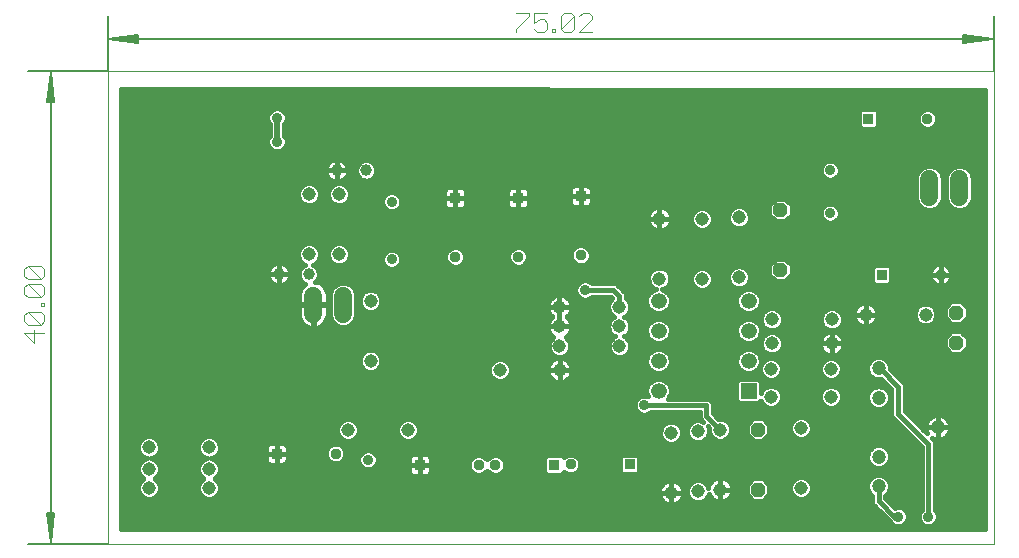
<source format=gbl>
G75*
%MOIN*%
%OFA0B0*%
%FSLAX25Y25*%
%IPPOS*%
%LPD*%
%AMOC8*
5,1,8,0,0,1.08239X$1,22.5*
%
%ADD10C,0.00039*%
%ADD11C,0.00512*%
%ADD12C,0.00100*%
%ADD13C,0.03740*%
%ADD14R,0.03740X0.03740*%
%ADD15C,0.03937*%
%ADD16OC8,0.04800*%
%ADD17R,0.05250X0.05250*%
%ADD18C,0.05250*%
%ADD19C,0.04500*%
%ADD20C,0.03500*%
%ADD21C,0.04724*%
%ADD22C,0.06000*%
%ADD23C,0.03562*%
%ADD24C,0.02000*%
%ADD25C,0.01600*%
%ADD26C,0.01575*%
D10*
X0030978Y0001256D02*
X0030978Y0158736D01*
X0326339Y0158736D01*
X0326339Y0001256D01*
X0030978Y0001256D01*
D11*
X0004285Y0001256D01*
X0011962Y0001512D02*
X0012985Y0011492D01*
X0013219Y0011492D02*
X0011962Y0001512D01*
X0010938Y0011492D01*
X0010705Y0011492D02*
X0013219Y0011492D01*
X0012474Y0011492D02*
X0011962Y0001512D01*
X0011450Y0011492D01*
X0010705Y0011492D02*
X0011962Y0001512D01*
X0011962Y0158480D01*
X0012985Y0148500D01*
X0013219Y0148500D02*
X0011962Y0158480D01*
X0010938Y0148500D01*
X0010705Y0148500D02*
X0013219Y0148500D01*
X0012474Y0148500D02*
X0011962Y0158480D01*
X0011450Y0148500D01*
X0010705Y0148500D02*
X0011962Y0158480D01*
X0004285Y0158736D02*
X0030978Y0158736D01*
X0030978Y0177219D01*
X0031234Y0169542D02*
X0041215Y0170799D01*
X0041215Y0168285D01*
X0031234Y0169542D01*
X0041215Y0168518D01*
X0041215Y0169030D02*
X0031234Y0169542D01*
X0041215Y0170565D01*
X0041215Y0170054D02*
X0031234Y0169542D01*
X0326083Y0169542D01*
X0316103Y0168518D01*
X0316103Y0168285D02*
X0326083Y0169542D01*
X0316103Y0170565D01*
X0316103Y0170799D02*
X0316103Y0168285D01*
X0316103Y0169030D02*
X0326083Y0169542D01*
X0316103Y0170054D01*
X0316103Y0170799D02*
X0326083Y0169542D01*
X0326339Y0177219D02*
X0326339Y0158736D01*
D12*
X0192561Y0171754D02*
X0188224Y0171754D01*
X0192561Y0176091D01*
X0192561Y0177175D01*
X0191477Y0178259D01*
X0189308Y0178259D01*
X0188224Y0177175D01*
X0186484Y0177175D02*
X0185400Y0178259D01*
X0183231Y0178259D01*
X0182147Y0177175D01*
X0182147Y0172838D01*
X0186484Y0177175D01*
X0186484Y0172838D01*
X0185400Y0171754D01*
X0183231Y0171754D01*
X0182147Y0172838D01*
X0180193Y0172838D02*
X0180193Y0171754D01*
X0179108Y0171754D01*
X0179108Y0172838D01*
X0180193Y0172838D01*
X0177368Y0172838D02*
X0176284Y0171754D01*
X0174115Y0171754D01*
X0173031Y0172838D01*
X0173031Y0175006D02*
X0175200Y0176091D01*
X0176284Y0176091D01*
X0177368Y0175006D01*
X0177368Y0172838D01*
X0173031Y0175006D02*
X0173031Y0178259D01*
X0177368Y0178259D01*
X0171291Y0178259D02*
X0171291Y0177175D01*
X0166954Y0172838D01*
X0166954Y0171754D01*
X0166954Y0178259D02*
X0171291Y0178259D01*
X0009750Y0092814D02*
X0009750Y0090646D01*
X0008666Y0089561D01*
X0004329Y0093899D01*
X0008666Y0093899D01*
X0009750Y0092814D01*
X0004329Y0093899D02*
X0003244Y0092814D01*
X0003244Y0090646D01*
X0004329Y0089561D01*
X0008666Y0089561D01*
X0008666Y0087821D02*
X0004329Y0087821D01*
X0008666Y0083484D01*
X0009750Y0084569D01*
X0009750Y0086737D01*
X0008666Y0087821D01*
X0004329Y0087821D02*
X0003244Y0086737D01*
X0003244Y0084569D01*
X0004329Y0083484D01*
X0008666Y0083484D01*
X0008666Y0081530D02*
X0009750Y0081530D01*
X0009750Y0080446D01*
X0008666Y0080446D01*
X0008666Y0081530D01*
X0008666Y0078706D02*
X0004329Y0078706D01*
X0008666Y0074369D01*
X0009750Y0075453D01*
X0009750Y0077621D01*
X0008666Y0078706D01*
X0004329Y0078706D02*
X0003244Y0077621D01*
X0003244Y0075453D01*
X0004329Y0074369D01*
X0008666Y0074369D01*
X0006497Y0072628D02*
X0006497Y0068291D01*
X0003244Y0071544D01*
X0009750Y0071544D01*
D13*
X0106981Y0031354D03*
X0154655Y0027528D03*
X0160186Y0027587D03*
X0185277Y0027756D03*
X0308670Y0090962D03*
X0304241Y0142958D03*
X0188694Y0097496D03*
X0167796Y0096917D03*
X0146812Y0096902D03*
D14*
X0146812Y0116587D03*
X0167796Y0116602D03*
X0188694Y0117181D03*
X0284556Y0142958D03*
X0288985Y0090962D03*
X0204962Y0027756D03*
X0179871Y0027587D03*
X0134970Y0027528D03*
X0087296Y0031354D03*
D15*
X0088139Y0091213D03*
X0097981Y0091213D03*
X0107332Y0125760D03*
X0117174Y0125760D03*
D16*
X0255194Y0112555D03*
X0255194Y0092555D03*
X0313828Y0078311D03*
X0313828Y0068311D03*
X0247800Y0039398D03*
X0247800Y0019398D03*
D17*
X0244627Y0052280D03*
D18*
X0244627Y0062280D03*
X0244627Y0072280D03*
X0244627Y0082280D03*
X0214627Y0082280D03*
X0214627Y0072280D03*
X0214627Y0062280D03*
X0214627Y0052280D03*
D19*
X0218828Y0038366D03*
X0227730Y0038780D03*
X0235147Y0039366D03*
X0252056Y0050350D03*
X0252056Y0059598D03*
X0252367Y0068087D03*
X0252367Y0076083D03*
X0272367Y0076083D03*
X0283619Y0077720D03*
X0272367Y0068087D03*
X0272056Y0059598D03*
X0272056Y0050350D03*
X0262060Y0039937D03*
X0262060Y0019937D03*
X0235147Y0019366D03*
X0227730Y0018780D03*
X0218828Y0018366D03*
X0181686Y0059268D03*
X0181596Y0067169D03*
X0181580Y0073732D03*
X0181580Y0080248D03*
X0201580Y0080248D03*
X0201580Y0073732D03*
X0201596Y0067169D03*
X0214899Y0089697D03*
X0229107Y0089626D03*
X0241422Y0090114D03*
X0241422Y0110114D03*
X0229107Y0109626D03*
X0214899Y0109697D03*
X0303619Y0077720D03*
X0161686Y0059268D03*
X0131155Y0039260D03*
X0111155Y0039260D03*
X0118615Y0062331D03*
X0118615Y0082331D03*
X0108123Y0097791D03*
X0098123Y0097791D03*
X0098123Y0117791D03*
X0108123Y0117791D03*
X0064745Y0033435D03*
X0064745Y0026171D03*
X0064745Y0019891D03*
X0044745Y0019891D03*
X0044745Y0026171D03*
X0044745Y0033435D03*
D20*
X0125623Y0096091D03*
X0125623Y0115291D03*
D21*
X0288009Y0059862D03*
X0288009Y0050020D03*
X0307694Y0040177D03*
X0288009Y0030335D03*
X0288009Y0020492D03*
D22*
X0304906Y0116994D02*
X0304906Y0122994D01*
X0314906Y0122994D02*
X0314906Y0116994D01*
X0109481Y0083980D02*
X0109481Y0077980D01*
X0099481Y0077980D02*
X0099481Y0083980D01*
D23*
X0127119Y0084917D03*
X0071017Y0054406D03*
X0120230Y0041610D03*
X0117769Y0029307D03*
X0172395Y0046531D03*
X0209796Y0047516D03*
X0190111Y0085902D03*
X0271804Y0111492D03*
X0271804Y0118874D03*
X0271804Y0125764D03*
X0087442Y0135287D03*
X0087442Y0143319D03*
X0072985Y0141020D03*
X0051824Y0126256D03*
X0294434Y0010390D03*
X0304513Y0010390D03*
X0314592Y0010390D03*
D24*
X0087442Y0135287D02*
X0087442Y0143319D01*
D25*
X0084261Y0143229D02*
X0035584Y0143229D01*
X0035584Y0144827D02*
X0084624Y0144827D01*
X0084745Y0145121D02*
X0084261Y0143952D01*
X0084261Y0142686D01*
X0084745Y0141517D01*
X0085042Y0141220D01*
X0085042Y0137386D01*
X0084745Y0137089D01*
X0084261Y0135920D01*
X0084261Y0134655D01*
X0084745Y0133485D01*
X0085640Y0132591D01*
X0086809Y0132106D01*
X0088075Y0132106D01*
X0089244Y0132591D01*
X0090139Y0133485D01*
X0090623Y0134655D01*
X0090623Y0135920D01*
X0090139Y0137089D01*
X0089842Y0137386D01*
X0089842Y0141220D01*
X0090139Y0141517D01*
X0090623Y0142686D01*
X0090623Y0143952D01*
X0090139Y0145121D01*
X0089244Y0146016D01*
X0088075Y0146500D01*
X0086809Y0146500D01*
X0085640Y0146016D01*
X0084745Y0145121D01*
X0086630Y0146426D02*
X0035584Y0146426D01*
X0035584Y0148024D02*
X0323333Y0148024D01*
X0323333Y0146426D02*
X0088254Y0146426D01*
X0090260Y0144827D02*
X0281285Y0144827D01*
X0281285Y0145408D02*
X0282106Y0146228D01*
X0287005Y0146228D01*
X0287826Y0145408D01*
X0287826Y0140508D01*
X0287005Y0139688D01*
X0282106Y0139688D01*
X0281285Y0140508D01*
X0281285Y0145408D01*
X0287826Y0144827D02*
X0301485Y0144827D01*
X0301468Y0144811D02*
X0300970Y0143609D01*
X0300970Y0142308D01*
X0301468Y0141106D01*
X0302388Y0140186D01*
X0303590Y0139688D01*
X0304891Y0139688D01*
X0306093Y0140186D01*
X0307013Y0141106D01*
X0307511Y0142308D01*
X0307511Y0143609D01*
X0307013Y0144811D01*
X0306093Y0145730D01*
X0304891Y0146228D01*
X0303590Y0146228D01*
X0302388Y0145730D01*
X0301468Y0144811D01*
X0300970Y0143229D02*
X0287826Y0143229D01*
X0287826Y0141630D02*
X0301251Y0141630D01*
X0302760Y0140032D02*
X0287349Y0140032D01*
X0281762Y0140032D02*
X0089842Y0140032D01*
X0089842Y0138433D02*
X0323333Y0138433D01*
X0323333Y0136835D02*
X0090244Y0136835D01*
X0090623Y0135236D02*
X0323333Y0135236D01*
X0323333Y0133638D02*
X0090202Y0133638D01*
X0084682Y0133638D02*
X0035584Y0133638D01*
X0035584Y0135236D02*
X0084261Y0135236D01*
X0084640Y0136835D02*
X0035584Y0136835D01*
X0035584Y0138433D02*
X0085042Y0138433D01*
X0085042Y0140032D02*
X0035584Y0140032D01*
X0035584Y0141630D02*
X0084698Y0141630D01*
X0090186Y0141630D02*
X0281285Y0141630D01*
X0281285Y0143229D02*
X0090623Y0143229D01*
X0104930Y0128687D02*
X0105547Y0129099D01*
X0106233Y0129384D01*
X0106961Y0129528D01*
X0107332Y0129528D01*
X0107703Y0129528D01*
X0108431Y0129384D01*
X0109117Y0129099D01*
X0109734Y0128687D01*
X0110259Y0128162D01*
X0110671Y0127545D01*
X0110956Y0126859D01*
X0111100Y0126131D01*
X0111100Y0125760D01*
X0107332Y0125760D01*
X0107332Y0125760D01*
X0107332Y0129528D01*
X0107332Y0125760D01*
X0107332Y0125760D01*
X0111100Y0125760D01*
X0111100Y0125389D01*
X0110956Y0124661D01*
X0110671Y0123975D01*
X0110259Y0123358D01*
X0109734Y0122833D01*
X0109117Y0122420D01*
X0108431Y0122136D01*
X0107703Y0121991D01*
X0107332Y0121991D01*
X0107332Y0125760D01*
X0107332Y0125760D01*
X0103563Y0125760D01*
X0103563Y0126131D01*
X0103708Y0126859D01*
X0103992Y0127545D01*
X0104405Y0128162D01*
X0104930Y0128687D01*
X0105162Y0128842D02*
X0035584Y0128842D01*
X0035584Y0127244D02*
X0103868Y0127244D01*
X0103563Y0125760D02*
X0103563Y0125389D01*
X0103708Y0124661D01*
X0103992Y0123975D01*
X0104405Y0123358D01*
X0104930Y0122833D01*
X0105547Y0122420D01*
X0106233Y0122136D01*
X0106961Y0121991D01*
X0107332Y0121991D01*
X0107332Y0125760D01*
X0107332Y0125760D01*
X0103563Y0125760D01*
X0103563Y0125645D02*
X0035584Y0125645D01*
X0035584Y0124047D02*
X0103962Y0124047D01*
X0105505Y0122448D02*
X0035584Y0122448D01*
X0035584Y0120850D02*
X0096020Y0120850D01*
X0096056Y0120886D02*
X0095029Y0119859D01*
X0094473Y0118517D01*
X0094473Y0117065D01*
X0095029Y0115724D01*
X0096056Y0114697D01*
X0097397Y0114141D01*
X0098849Y0114141D01*
X0100191Y0114697D01*
X0101218Y0115724D01*
X0101773Y0117065D01*
X0101773Y0118517D01*
X0101218Y0119859D01*
X0100191Y0120886D01*
X0098849Y0121441D01*
X0097397Y0121441D01*
X0096056Y0120886D01*
X0094777Y0119251D02*
X0035584Y0119251D01*
X0035584Y0117653D02*
X0094473Y0117653D01*
X0094892Y0116054D02*
X0035584Y0116054D01*
X0035584Y0114456D02*
X0096638Y0114456D01*
X0099608Y0114456D02*
X0106638Y0114456D01*
X0106056Y0114697D02*
X0107397Y0114141D01*
X0108849Y0114141D01*
X0110191Y0114697D01*
X0111218Y0115724D01*
X0111773Y0117065D01*
X0111773Y0118517D01*
X0111218Y0119859D01*
X0110191Y0120886D01*
X0108849Y0121441D01*
X0107397Y0121441D01*
X0106056Y0120886D01*
X0105029Y0119859D01*
X0104473Y0118517D01*
X0104473Y0117065D01*
X0105029Y0115724D01*
X0106056Y0114697D01*
X0104892Y0116054D02*
X0101354Y0116054D01*
X0101773Y0117653D02*
X0104473Y0117653D01*
X0104777Y0119251D02*
X0101469Y0119251D01*
X0100227Y0120850D02*
X0106020Y0120850D01*
X0107332Y0122448D02*
X0107332Y0122448D01*
X0107332Y0124047D02*
X0107332Y0124047D01*
X0107332Y0125645D02*
X0107332Y0125645D01*
X0107332Y0127244D02*
X0107332Y0127244D01*
X0107332Y0128842D02*
X0107332Y0128842D01*
X0109502Y0128842D02*
X0115814Y0128842D01*
X0115266Y0128616D02*
X0114319Y0127668D01*
X0113806Y0126430D01*
X0113806Y0125090D01*
X0114319Y0123852D01*
X0115266Y0122904D01*
X0116504Y0122391D01*
X0117844Y0122391D01*
X0119083Y0122904D01*
X0120030Y0123852D01*
X0120543Y0125090D01*
X0120543Y0126430D01*
X0120030Y0127668D01*
X0119083Y0128616D01*
X0117844Y0129128D01*
X0116504Y0129128D01*
X0115266Y0128616D01*
X0114143Y0127244D02*
X0110796Y0127244D01*
X0111100Y0125645D02*
X0113806Y0125645D01*
X0114238Y0124047D02*
X0110701Y0124047D01*
X0109159Y0122448D02*
X0116367Y0122448D01*
X0117982Y0122448D02*
X0300506Y0122448D01*
X0300506Y0123869D02*
X0300506Y0116118D01*
X0301176Y0114501D01*
X0302413Y0113264D01*
X0304031Y0112594D01*
X0305781Y0112594D01*
X0307398Y0113264D01*
X0308636Y0114501D01*
X0309306Y0116118D01*
X0309306Y0123869D01*
X0308636Y0125486D01*
X0307398Y0126724D01*
X0305781Y0127394D01*
X0304031Y0127394D01*
X0302413Y0126724D01*
X0301176Y0125486D01*
X0300506Y0123869D01*
X0300580Y0124047D02*
X0274536Y0124047D01*
X0274501Y0123962D02*
X0274985Y0125131D01*
X0274985Y0126397D01*
X0274501Y0127566D01*
X0273606Y0128461D01*
X0272437Y0128945D01*
X0271172Y0128945D01*
X0270002Y0128461D01*
X0269108Y0127566D01*
X0268623Y0126397D01*
X0268623Y0125131D01*
X0269108Y0123962D01*
X0270002Y0123067D01*
X0271172Y0122583D01*
X0272437Y0122583D01*
X0273606Y0123067D01*
X0274501Y0123962D01*
X0274985Y0125645D02*
X0301335Y0125645D01*
X0303669Y0127244D02*
X0274635Y0127244D01*
X0272685Y0128842D02*
X0323333Y0128842D01*
X0323333Y0127244D02*
X0316143Y0127244D01*
X0315781Y0127394D02*
X0314031Y0127394D01*
X0312413Y0126724D01*
X0311176Y0125486D01*
X0310506Y0123869D01*
X0310506Y0116118D01*
X0311176Y0114501D01*
X0312413Y0113264D01*
X0314031Y0112594D01*
X0315781Y0112594D01*
X0317398Y0113264D01*
X0318636Y0114501D01*
X0319306Y0116118D01*
X0319306Y0123869D01*
X0318636Y0125486D01*
X0317398Y0126724D01*
X0315781Y0127394D01*
X0313669Y0127244D02*
X0306143Y0127244D01*
X0308477Y0125645D02*
X0311335Y0125645D01*
X0310580Y0124047D02*
X0309232Y0124047D01*
X0309306Y0122448D02*
X0310506Y0122448D01*
X0310506Y0120850D02*
X0309306Y0120850D01*
X0309306Y0119251D02*
X0310506Y0119251D01*
X0310506Y0117653D02*
X0309306Y0117653D01*
X0309279Y0116054D02*
X0310533Y0116054D01*
X0311221Y0114456D02*
X0308590Y0114456D01*
X0306417Y0112857D02*
X0313395Y0112857D01*
X0316417Y0112857D02*
X0323333Y0112857D01*
X0323333Y0111259D02*
X0274985Y0111259D01*
X0274985Y0110859D02*
X0274501Y0109690D01*
X0273606Y0108795D01*
X0272437Y0108311D01*
X0271172Y0108311D01*
X0270002Y0108795D01*
X0269108Y0109690D01*
X0268623Y0110859D01*
X0268623Y0112125D01*
X0269108Y0113294D01*
X0270002Y0114189D01*
X0271172Y0114673D01*
X0272437Y0114673D01*
X0273606Y0114189D01*
X0274501Y0113294D01*
X0274985Y0112125D01*
X0274985Y0110859D01*
X0274471Y0109660D02*
X0323333Y0109660D01*
X0323333Y0108062D02*
X0244523Y0108062D01*
X0244517Y0108047D02*
X0245072Y0109388D01*
X0245072Y0110840D01*
X0244517Y0112182D01*
X0243490Y0113208D01*
X0242148Y0113764D01*
X0240696Y0113764D01*
X0239355Y0113208D01*
X0238328Y0112182D01*
X0237772Y0110840D01*
X0237772Y0109388D01*
X0238328Y0108047D01*
X0239355Y0107020D01*
X0240696Y0106464D01*
X0242148Y0106464D01*
X0243490Y0107020D01*
X0244517Y0108047D01*
X0245072Y0109660D02*
X0252715Y0109660D01*
X0253620Y0108755D02*
X0256768Y0108755D01*
X0258994Y0110981D01*
X0258994Y0114129D01*
X0256768Y0116355D01*
X0253620Y0116355D01*
X0251394Y0114129D01*
X0251394Y0110981D01*
X0253620Y0108755D01*
X0257673Y0109660D02*
X0269138Y0109660D01*
X0268623Y0111259D02*
X0258994Y0111259D01*
X0258994Y0112857D02*
X0268927Y0112857D01*
X0270646Y0114456D02*
X0258668Y0114456D01*
X0257069Y0116054D02*
X0300533Y0116054D01*
X0300506Y0117653D02*
X0192364Y0117653D01*
X0192364Y0117181D02*
X0192364Y0119288D01*
X0192241Y0119746D01*
X0192005Y0120156D01*
X0191669Y0120492D01*
X0191259Y0120729D01*
X0190801Y0120851D01*
X0188694Y0120851D01*
X0186587Y0120851D01*
X0186129Y0120729D01*
X0185719Y0120492D01*
X0185384Y0120156D01*
X0185147Y0119746D01*
X0185024Y0119288D01*
X0185024Y0117181D01*
X0185024Y0115074D01*
X0185147Y0114616D01*
X0185384Y0114206D01*
X0185719Y0113871D01*
X0186129Y0113634D01*
X0186587Y0113511D01*
X0188694Y0113511D01*
X0188694Y0117181D01*
X0188694Y0117181D01*
X0185024Y0117181D01*
X0188694Y0117181D01*
X0188694Y0117181D01*
X0188694Y0113511D01*
X0190801Y0113511D01*
X0191259Y0113634D01*
X0191669Y0113871D01*
X0192005Y0114206D01*
X0192241Y0114616D01*
X0192364Y0115074D01*
X0192364Y0117181D01*
X0188694Y0117181D01*
X0188694Y0120851D01*
X0188694Y0117181D01*
X0188694Y0117181D01*
X0188694Y0117181D01*
X0192364Y0117181D01*
X0192364Y0116054D02*
X0253319Y0116054D01*
X0251721Y0114456D02*
X0192149Y0114456D01*
X0188694Y0114456D02*
X0188694Y0114456D01*
X0188694Y0116054D02*
X0188694Y0116054D01*
X0188694Y0117653D02*
X0188694Y0117653D01*
X0188694Y0119251D02*
X0188694Y0119251D01*
X0188694Y0120850D02*
X0188694Y0120850D01*
X0186582Y0120850D02*
X0110227Y0120850D01*
X0111469Y0119251D02*
X0143322Y0119251D01*
X0143265Y0119151D02*
X0143142Y0118694D01*
X0143142Y0116587D01*
X0146812Y0116587D01*
X0146812Y0120257D01*
X0144705Y0120257D01*
X0144247Y0120134D01*
X0143837Y0119897D01*
X0143502Y0119562D01*
X0143265Y0119151D01*
X0143142Y0117653D02*
X0127717Y0117653D01*
X0127408Y0117962D02*
X0126250Y0118441D01*
X0124997Y0118441D01*
X0123839Y0117962D01*
X0122953Y0117076D01*
X0122473Y0115918D01*
X0122473Y0114665D01*
X0122953Y0113507D01*
X0123839Y0112621D01*
X0124997Y0112141D01*
X0126250Y0112141D01*
X0127408Y0112621D01*
X0128294Y0113507D01*
X0128773Y0114665D01*
X0128773Y0115918D01*
X0128294Y0117076D01*
X0127408Y0117962D01*
X0128717Y0116054D02*
X0143142Y0116054D01*
X0143142Y0116587D02*
X0143142Y0114480D01*
X0143265Y0114022D01*
X0143502Y0113611D01*
X0143837Y0113276D01*
X0144247Y0113039D01*
X0144705Y0112917D01*
X0146812Y0112917D01*
X0146812Y0116586D01*
X0146812Y0116586D01*
X0146812Y0112917D01*
X0148919Y0112917D01*
X0149377Y0113039D01*
X0149788Y0113276D01*
X0150123Y0113611D01*
X0150360Y0114022D01*
X0150482Y0114480D01*
X0150482Y0116587D01*
X0150482Y0118694D01*
X0150360Y0119151D01*
X0150123Y0119562D01*
X0149788Y0119897D01*
X0149377Y0120134D01*
X0148919Y0120257D01*
X0146812Y0120257D01*
X0146812Y0116587D01*
X0146812Y0116587D01*
X0146812Y0116587D01*
X0143142Y0116587D01*
X0143149Y0114456D02*
X0128687Y0114456D01*
X0127644Y0112857D02*
X0212339Y0112857D01*
X0212317Y0112843D02*
X0211753Y0112279D01*
X0211310Y0111615D01*
X0211004Y0110878D01*
X0210849Y0110096D01*
X0210849Y0109697D01*
X0214899Y0109697D01*
X0218949Y0109697D01*
X0218949Y0110096D01*
X0218793Y0110878D01*
X0218488Y0111615D01*
X0218045Y0112279D01*
X0217481Y0112843D01*
X0216817Y0113286D01*
X0216080Y0113591D01*
X0215298Y0113747D01*
X0214899Y0113747D01*
X0214899Y0109697D01*
X0214899Y0109697D01*
X0214899Y0109697D01*
X0218949Y0109697D01*
X0218949Y0109298D01*
X0218793Y0108516D01*
X0218488Y0107778D01*
X0218045Y0107115D01*
X0217481Y0106551D01*
X0216817Y0106108D01*
X0216080Y0105802D01*
X0215298Y0105647D01*
X0214899Y0105647D01*
X0214899Y0109697D01*
X0214899Y0113747D01*
X0214500Y0113747D01*
X0213717Y0113591D01*
X0212980Y0113286D01*
X0212317Y0112843D01*
X0211162Y0111259D02*
X0035584Y0111259D01*
X0035584Y0112857D02*
X0123603Y0112857D01*
X0122560Y0114456D02*
X0109608Y0114456D01*
X0111354Y0116054D02*
X0122530Y0116054D01*
X0123530Y0117653D02*
X0111773Y0117653D01*
X0120111Y0124047D02*
X0269072Y0124047D01*
X0268623Y0125645D02*
X0120543Y0125645D01*
X0120206Y0127244D02*
X0268974Y0127244D01*
X0270924Y0128842D02*
X0118535Y0128842D01*
X0146812Y0119251D02*
X0146812Y0119251D01*
X0146812Y0117653D02*
X0146812Y0117653D01*
X0146812Y0116587D02*
X0150482Y0116587D01*
X0146812Y0116587D01*
X0146812Y0116587D01*
X0146812Y0116054D02*
X0146812Y0116054D01*
X0146812Y0114456D02*
X0146812Y0114456D01*
X0150476Y0114456D02*
X0164137Y0114456D01*
X0164126Y0114495D02*
X0164249Y0114037D01*
X0164486Y0113627D01*
X0164821Y0113292D01*
X0165232Y0113055D01*
X0165689Y0112932D01*
X0167796Y0112932D01*
X0167796Y0116602D01*
X0164126Y0116602D01*
X0164126Y0114495D01*
X0164126Y0116054D02*
X0150482Y0116054D01*
X0150482Y0117653D02*
X0164126Y0117653D01*
X0164126Y0116602D02*
X0164126Y0118709D01*
X0164249Y0119167D01*
X0164486Y0119578D01*
X0164821Y0119913D01*
X0165232Y0120150D01*
X0165689Y0120272D01*
X0167796Y0120272D01*
X0167796Y0116602D01*
X0167796Y0116602D01*
X0167797Y0116602D01*
X0167797Y0116602D01*
X0171467Y0116602D01*
X0171467Y0114495D01*
X0171344Y0114037D01*
X0171107Y0113627D01*
X0170772Y0113292D01*
X0170361Y0113055D01*
X0169904Y0112932D01*
X0167797Y0112932D01*
X0167797Y0116602D01*
X0171467Y0116602D01*
X0171467Y0118709D01*
X0171344Y0119167D01*
X0171107Y0119578D01*
X0170772Y0119913D01*
X0170361Y0120150D01*
X0169904Y0120272D01*
X0167797Y0120272D01*
X0167797Y0116602D01*
X0167796Y0116602D01*
X0164126Y0116602D01*
X0164298Y0119251D02*
X0150302Y0119251D01*
X0167796Y0119251D02*
X0167797Y0119251D01*
X0167796Y0117653D02*
X0167797Y0117653D01*
X0167796Y0116054D02*
X0167797Y0116054D01*
X0167796Y0114456D02*
X0167797Y0114456D01*
X0171456Y0114456D02*
X0185239Y0114456D01*
X0185024Y0116054D02*
X0171467Y0116054D01*
X0171467Y0117653D02*
X0185024Y0117653D01*
X0185024Y0119251D02*
X0171295Y0119251D01*
X0190807Y0120850D02*
X0300506Y0120850D01*
X0300506Y0119251D02*
X0192364Y0119251D01*
X0210849Y0109697D02*
X0210849Y0109298D01*
X0211004Y0108516D01*
X0211310Y0107778D01*
X0211753Y0107115D01*
X0212317Y0106551D01*
X0212980Y0106108D01*
X0213717Y0105802D01*
X0214500Y0105647D01*
X0214899Y0105647D01*
X0214899Y0109697D01*
X0214899Y0109697D01*
X0214899Y0109697D01*
X0210849Y0109697D01*
X0210849Y0109660D02*
X0035584Y0109660D01*
X0035584Y0108062D02*
X0211192Y0108062D01*
X0212449Y0106463D02*
X0035584Y0106463D01*
X0035584Y0104865D02*
X0323333Y0104865D01*
X0323333Y0106463D02*
X0231009Y0106463D01*
X0231175Y0106532D02*
X0232202Y0107558D01*
X0232757Y0108900D01*
X0232757Y0110352D01*
X0232202Y0111694D01*
X0231175Y0112720D01*
X0229834Y0113276D01*
X0228381Y0113276D01*
X0227040Y0112720D01*
X0226013Y0111694D01*
X0225457Y0110352D01*
X0225457Y0108900D01*
X0226013Y0107558D01*
X0227040Y0106532D01*
X0228381Y0105976D01*
X0229834Y0105976D01*
X0231175Y0106532D01*
X0232410Y0108062D02*
X0238322Y0108062D01*
X0237772Y0109660D02*
X0232757Y0109660D01*
X0232382Y0111259D02*
X0237946Y0111259D01*
X0239004Y0112857D02*
X0230845Y0112857D01*
X0227370Y0112857D02*
X0217459Y0112857D01*
X0218636Y0111259D02*
X0225833Y0111259D01*
X0225457Y0109660D02*
X0218949Y0109660D01*
X0218605Y0108062D02*
X0225805Y0108062D01*
X0227205Y0106463D02*
X0217349Y0106463D01*
X0214899Y0106463D02*
X0214899Y0106463D01*
X0214899Y0108062D02*
X0214899Y0108062D01*
X0214899Y0109660D02*
X0214899Y0109660D01*
X0214899Y0111259D02*
X0214899Y0111259D01*
X0214899Y0112857D02*
X0214899Y0112857D01*
X0191466Y0099348D02*
X0190546Y0100268D01*
X0189345Y0100766D01*
X0188044Y0100766D01*
X0186842Y0100268D01*
X0185922Y0099348D01*
X0185424Y0098147D01*
X0185424Y0096846D01*
X0185922Y0095644D01*
X0186842Y0094724D01*
X0188044Y0094226D01*
X0189345Y0094226D01*
X0190546Y0094724D01*
X0191466Y0095644D01*
X0191964Y0096846D01*
X0191964Y0098147D01*
X0191466Y0099348D01*
X0191830Y0098471D02*
X0323333Y0098471D01*
X0323333Y0100069D02*
X0190746Y0100069D01*
X0186642Y0100069D02*
X0168733Y0100069D01*
X0168447Y0100187D02*
X0167146Y0100187D01*
X0165944Y0099690D01*
X0165024Y0098770D01*
X0164526Y0097568D01*
X0164526Y0096267D01*
X0165024Y0095065D01*
X0165944Y0094145D01*
X0167146Y0093647D01*
X0168447Y0093647D01*
X0169649Y0094145D01*
X0170569Y0095065D01*
X0171067Y0096267D01*
X0171067Y0097568D01*
X0170569Y0098770D01*
X0169649Y0099690D01*
X0168447Y0100187D01*
X0166860Y0100069D02*
X0147710Y0100069D01*
X0147463Y0100172D02*
X0146162Y0100172D01*
X0144960Y0099674D01*
X0144040Y0098754D01*
X0143542Y0097552D01*
X0143542Y0096251D01*
X0144040Y0095049D01*
X0144960Y0094129D01*
X0146162Y0093631D01*
X0147463Y0093631D01*
X0148665Y0094129D01*
X0149584Y0095049D01*
X0150082Y0096251D01*
X0150082Y0097552D01*
X0149584Y0098754D01*
X0148665Y0099674D01*
X0147463Y0100172D01*
X0145914Y0100069D02*
X0111007Y0100069D01*
X0111218Y0099859D02*
X0110191Y0100886D01*
X0108849Y0101441D01*
X0107397Y0101441D01*
X0106056Y0100886D01*
X0105029Y0099859D01*
X0104473Y0098517D01*
X0104473Y0097065D01*
X0105029Y0095724D01*
X0106056Y0094697D01*
X0107397Y0094141D01*
X0108849Y0094141D01*
X0110191Y0094697D01*
X0111218Y0095724D01*
X0111773Y0097065D01*
X0111773Y0098517D01*
X0111218Y0099859D01*
X0111773Y0098471D02*
X0123548Y0098471D01*
X0123839Y0098762D02*
X0122953Y0097876D01*
X0122473Y0096718D01*
X0122473Y0095465D01*
X0122953Y0094307D01*
X0123839Y0093421D01*
X0124997Y0092941D01*
X0126250Y0092941D01*
X0127408Y0093421D01*
X0128294Y0094307D01*
X0128773Y0095465D01*
X0128773Y0096718D01*
X0128294Y0097876D01*
X0127408Y0098762D01*
X0126250Y0099241D01*
X0124997Y0099241D01*
X0123839Y0098762D01*
X0122537Y0096872D02*
X0111693Y0096872D01*
X0110767Y0095274D02*
X0122552Y0095274D01*
X0123585Y0093675D02*
X0100283Y0093675D01*
X0099890Y0094068D02*
X0099281Y0094320D01*
X0100191Y0094697D01*
X0101218Y0095724D01*
X0101773Y0097065D01*
X0101773Y0098517D01*
X0101218Y0099859D01*
X0100191Y0100886D01*
X0098849Y0101441D01*
X0097397Y0101441D01*
X0096056Y0100886D01*
X0095029Y0099859D01*
X0094473Y0098517D01*
X0094473Y0097065D01*
X0095029Y0095724D01*
X0096056Y0094697D01*
X0096823Y0094379D01*
X0096073Y0094068D01*
X0095126Y0093121D01*
X0094613Y0091883D01*
X0094613Y0090543D01*
X0095126Y0089304D01*
X0096073Y0088357D01*
X0096880Y0088023D01*
X0096355Y0087642D01*
X0095820Y0087107D01*
X0095376Y0086496D01*
X0095033Y0085823D01*
X0094800Y0085104D01*
X0094681Y0084358D01*
X0094681Y0081180D01*
X0099281Y0081180D01*
X0099281Y0080780D01*
X0094681Y0080780D01*
X0094681Y0077603D01*
X0094800Y0076856D01*
X0095033Y0076138D01*
X0095376Y0075465D01*
X0095820Y0074853D01*
X0096355Y0074319D01*
X0096966Y0073875D01*
X0097639Y0073532D01*
X0098357Y0073299D01*
X0099104Y0073180D01*
X0099281Y0073180D01*
X0099281Y0080780D01*
X0099681Y0080780D01*
X0099681Y0073180D01*
X0099859Y0073180D01*
X0100605Y0073299D01*
X0101324Y0073532D01*
X0101997Y0073875D01*
X0102608Y0074319D01*
X0103143Y0074853D01*
X0103587Y0075465D01*
X0103930Y0076138D01*
X0104163Y0076856D01*
X0104281Y0077603D01*
X0104281Y0080780D01*
X0099682Y0080780D01*
X0099682Y0081180D01*
X0104281Y0081180D01*
X0104281Y0084358D01*
X0104163Y0085104D01*
X0103930Y0085823D01*
X0103587Y0086496D01*
X0103143Y0087107D01*
X0102608Y0087642D01*
X0101997Y0088086D01*
X0101324Y0088429D01*
X0100605Y0088662D01*
X0100251Y0088718D01*
X0100837Y0089304D01*
X0101350Y0090543D01*
X0101350Y0091883D01*
X0100837Y0093121D01*
X0099890Y0094068D01*
X0100767Y0095274D02*
X0105479Y0095274D01*
X0104553Y0096872D02*
X0101693Y0096872D01*
X0101773Y0098471D02*
X0104473Y0098471D01*
X0105239Y0100069D02*
X0101007Y0100069D01*
X0095239Y0100069D02*
X0035584Y0100069D01*
X0035584Y0098471D02*
X0094473Y0098471D01*
X0094553Y0096872D02*
X0035584Y0096872D01*
X0035584Y0095274D02*
X0095479Y0095274D01*
X0095680Y0093675D02*
X0091006Y0093675D01*
X0091066Y0093615D02*
X0090541Y0094140D01*
X0089924Y0094552D01*
X0089238Y0094836D01*
X0088510Y0094981D01*
X0088139Y0094981D01*
X0088139Y0091213D01*
X0088139Y0091213D01*
X0088139Y0094981D01*
X0087768Y0094981D01*
X0087040Y0094836D01*
X0086354Y0094552D01*
X0085737Y0094140D01*
X0085212Y0093615D01*
X0084799Y0092998D01*
X0084515Y0092312D01*
X0084370Y0091584D01*
X0084370Y0091213D01*
X0088139Y0091213D01*
X0091907Y0091213D01*
X0091907Y0091584D01*
X0091763Y0092312D01*
X0091479Y0092998D01*
X0091066Y0093615D01*
X0091809Y0092076D02*
X0094693Y0092076D01*
X0094640Y0090478D02*
X0091835Y0090478D01*
X0091907Y0090841D02*
X0091763Y0090113D01*
X0091479Y0089428D01*
X0091066Y0088810D01*
X0090541Y0088285D01*
X0089924Y0087873D01*
X0089238Y0087589D01*
X0088510Y0087444D01*
X0088139Y0087444D01*
X0088139Y0091212D01*
X0088139Y0091212D01*
X0088139Y0087444D01*
X0087768Y0087444D01*
X0087040Y0087589D01*
X0086354Y0087873D01*
X0085737Y0088285D01*
X0085212Y0088810D01*
X0084799Y0089428D01*
X0084515Y0090113D01*
X0084370Y0090841D01*
X0084370Y0091213D01*
X0088139Y0091213D01*
X0088139Y0091213D01*
X0088139Y0091213D01*
X0091907Y0091213D01*
X0091907Y0090841D01*
X0088139Y0090478D02*
X0088139Y0090478D01*
X0088139Y0092076D02*
X0088139Y0092076D01*
X0088139Y0093675D02*
X0088139Y0093675D01*
X0085272Y0093675D02*
X0035584Y0093675D01*
X0035584Y0092076D02*
X0084468Y0092076D01*
X0084443Y0090478D02*
X0035584Y0090478D01*
X0035584Y0088879D02*
X0085166Y0088879D01*
X0088139Y0088879D02*
X0088139Y0088879D01*
X0091112Y0088879D02*
X0095551Y0088879D01*
X0095994Y0087281D02*
X0035584Y0087281D01*
X0035584Y0085682D02*
X0094988Y0085682D01*
X0094681Y0084084D02*
X0035584Y0084084D01*
X0035584Y0082485D02*
X0094681Y0082485D01*
X0099281Y0080887D02*
X0035584Y0080887D01*
X0035584Y0079288D02*
X0094681Y0079288D01*
X0094681Y0077690D02*
X0035584Y0077690D01*
X0035584Y0076091D02*
X0095057Y0076091D01*
X0096181Y0074493D02*
X0035584Y0074493D01*
X0035584Y0072894D02*
X0177617Y0072894D01*
X0177686Y0072551D02*
X0177530Y0073333D01*
X0177530Y0073732D01*
X0181580Y0073732D01*
X0181580Y0073732D01*
X0185630Y0073732D01*
X0185630Y0073333D01*
X0185474Y0072551D01*
X0185169Y0071814D01*
X0184726Y0071151D01*
X0184162Y0070586D01*
X0183669Y0070257D01*
X0184690Y0069237D01*
X0185246Y0067895D01*
X0185246Y0066443D01*
X0184690Y0065102D01*
X0183663Y0064075D01*
X0182322Y0063519D01*
X0180870Y0063519D01*
X0179528Y0064075D01*
X0178501Y0065102D01*
X0177946Y0066443D01*
X0177946Y0067895D01*
X0178501Y0069237D01*
X0179509Y0070245D01*
X0178998Y0070586D01*
X0178434Y0071151D01*
X0177991Y0071814D01*
X0177686Y0072551D01*
X0177530Y0073732D02*
X0181580Y0073732D01*
X0181580Y0073732D01*
X0185630Y0073732D01*
X0185630Y0074131D01*
X0185474Y0074914D01*
X0185169Y0075651D01*
X0184726Y0076314D01*
X0184162Y0076878D01*
X0183994Y0076990D01*
X0184162Y0077102D01*
X0184726Y0077666D01*
X0185169Y0078330D01*
X0185474Y0079067D01*
X0185630Y0079849D01*
X0185630Y0080248D01*
X0181580Y0080248D01*
X0181580Y0080248D01*
X0185630Y0080248D01*
X0185630Y0080647D01*
X0185474Y0081429D01*
X0185169Y0082166D01*
X0184726Y0082830D01*
X0184162Y0083394D01*
X0183498Y0083837D01*
X0182761Y0084142D01*
X0181979Y0084298D01*
X0181580Y0084298D01*
X0181580Y0080248D01*
X0181580Y0073732D01*
X0181580Y0073732D01*
X0181580Y0077782D01*
X0181580Y0080248D01*
X0181580Y0080248D01*
X0181580Y0080248D01*
X0177530Y0080248D01*
X0177530Y0079849D01*
X0177686Y0079067D01*
X0177991Y0078330D01*
X0178434Y0077666D01*
X0178998Y0077102D01*
X0179166Y0076990D01*
X0178998Y0076878D01*
X0178434Y0076314D01*
X0177991Y0075651D01*
X0177686Y0074914D01*
X0177530Y0074131D01*
X0177530Y0073732D01*
X0177602Y0074493D02*
X0112217Y0074493D01*
X0111974Y0074250D02*
X0113212Y0075488D01*
X0113881Y0077105D01*
X0113881Y0084856D01*
X0113212Y0086473D01*
X0111974Y0087710D01*
X0110357Y0088380D01*
X0108606Y0088380D01*
X0106989Y0087710D01*
X0105751Y0086473D01*
X0105081Y0084856D01*
X0105081Y0077105D01*
X0105751Y0075488D01*
X0106989Y0074250D01*
X0108606Y0073580D01*
X0110357Y0073580D01*
X0111974Y0074250D01*
X0113462Y0076091D02*
X0178285Y0076091D01*
X0178418Y0077690D02*
X0113881Y0077690D01*
X0113881Y0079288D02*
X0116496Y0079288D01*
X0116548Y0079236D02*
X0117889Y0078681D01*
X0119341Y0078681D01*
X0120683Y0079236D01*
X0121710Y0080263D01*
X0122265Y0081605D01*
X0122265Y0083057D01*
X0121710Y0084398D01*
X0120683Y0085425D01*
X0119341Y0085981D01*
X0117889Y0085981D01*
X0116548Y0085425D01*
X0115521Y0084398D01*
X0114965Y0083057D01*
X0114965Y0081605D01*
X0115521Y0080263D01*
X0116548Y0079236D01*
X0115263Y0080887D02*
X0113881Y0080887D01*
X0113881Y0082485D02*
X0114965Y0082485D01*
X0115391Y0084084D02*
X0113881Y0084084D01*
X0113539Y0085682D02*
X0117169Y0085682D01*
X0120061Y0085682D02*
X0186930Y0085682D01*
X0186930Y0085269D02*
X0186930Y0086534D01*
X0187415Y0087704D01*
X0188309Y0088598D01*
X0189479Y0089083D01*
X0190744Y0089083D01*
X0191913Y0088598D01*
X0192423Y0088089D01*
X0200447Y0088089D01*
X0202415Y0086120D01*
X0203696Y0084839D01*
X0203696Y0083293D01*
X0204674Y0082316D01*
X0205230Y0080974D01*
X0205230Y0079522D01*
X0204674Y0078180D01*
X0203647Y0077154D01*
X0203253Y0076990D01*
X0203647Y0076827D01*
X0204674Y0075800D01*
X0205230Y0074458D01*
X0205230Y0073006D01*
X0204674Y0071665D01*
X0203647Y0070638D01*
X0203203Y0070454D01*
X0203663Y0070264D01*
X0204690Y0069237D01*
X0205246Y0067895D01*
X0205246Y0066443D01*
X0204690Y0065102D01*
X0203663Y0064075D01*
X0202322Y0063519D01*
X0200870Y0063519D01*
X0199528Y0064075D01*
X0198501Y0065102D01*
X0197946Y0066443D01*
X0197946Y0067895D01*
X0198501Y0069237D01*
X0199528Y0070264D01*
X0199972Y0070448D01*
X0199512Y0070638D01*
X0198486Y0071665D01*
X0197930Y0073006D01*
X0197930Y0074458D01*
X0198486Y0075800D01*
X0199512Y0076827D01*
X0199907Y0076990D01*
X0199512Y0077154D01*
X0198486Y0078180D01*
X0197930Y0079522D01*
X0197930Y0080974D01*
X0198486Y0082316D01*
X0199259Y0083089D01*
X0198634Y0083714D01*
X0192423Y0083714D01*
X0191913Y0083205D01*
X0190744Y0082720D01*
X0189479Y0082720D01*
X0188309Y0083205D01*
X0187415Y0084100D01*
X0186930Y0085269D01*
X0187430Y0084084D02*
X0182902Y0084084D01*
X0181580Y0084084D02*
X0181580Y0084084D01*
X0181580Y0084298D02*
X0181181Y0084298D01*
X0180399Y0084142D01*
X0179662Y0083837D01*
X0178998Y0083394D01*
X0178434Y0082830D01*
X0177991Y0082166D01*
X0177686Y0081429D01*
X0177530Y0080647D01*
X0177530Y0080248D01*
X0181580Y0080248D01*
X0181580Y0080248D01*
X0181580Y0084298D01*
X0180257Y0084084D02*
X0121840Y0084084D01*
X0122265Y0082485D02*
X0178204Y0082485D01*
X0177578Y0080887D02*
X0121968Y0080887D01*
X0120735Y0079288D02*
X0177641Y0079288D01*
X0181580Y0079288D02*
X0181580Y0079288D01*
X0181580Y0077690D02*
X0181580Y0077690D01*
X0181580Y0076091D02*
X0181580Y0076091D01*
X0181580Y0074493D02*
X0181580Y0074493D01*
X0184875Y0076091D02*
X0198777Y0076091D01*
X0198976Y0077690D02*
X0184741Y0077690D01*
X0185518Y0079288D02*
X0198027Y0079288D01*
X0197930Y0080887D02*
X0185582Y0080887D01*
X0184956Y0082485D02*
X0198655Y0082485D01*
X0203696Y0084084D02*
X0211018Y0084084D01*
X0211215Y0084559D02*
X0210602Y0083080D01*
X0210602Y0081479D01*
X0211215Y0080000D01*
X0212347Y0078867D01*
X0213827Y0078255D01*
X0215428Y0078255D01*
X0216907Y0078867D01*
X0218039Y0080000D01*
X0218652Y0081479D01*
X0218652Y0083080D01*
X0218039Y0084559D01*
X0216907Y0085692D01*
X0215837Y0086135D01*
X0216966Y0086603D01*
X0217993Y0087629D01*
X0218549Y0088971D01*
X0218549Y0090423D01*
X0217993Y0091764D01*
X0216966Y0092791D01*
X0215625Y0093347D01*
X0214173Y0093347D01*
X0212831Y0092791D01*
X0211804Y0091764D01*
X0211249Y0090423D01*
X0211249Y0088971D01*
X0211804Y0087629D01*
X0212831Y0086603D01*
X0213689Y0086247D01*
X0212347Y0085692D01*
X0211215Y0084559D01*
X0212338Y0085682D02*
X0202853Y0085682D01*
X0201255Y0087281D02*
X0212153Y0087281D01*
X0211287Y0088879D02*
X0191235Y0088879D01*
X0188988Y0088879D02*
X0100412Y0088879D01*
X0101323Y0090478D02*
X0211272Y0090478D01*
X0212117Y0092076D02*
X0101270Y0092076D01*
X0102969Y0087281D02*
X0106560Y0087281D01*
X0105424Y0085682D02*
X0103975Y0085682D01*
X0104281Y0084084D02*
X0105081Y0084084D01*
X0105081Y0082485D02*
X0104281Y0082485D01*
X0105081Y0080887D02*
X0099682Y0080887D01*
X0099681Y0079288D02*
X0099281Y0079288D01*
X0099281Y0077690D02*
X0099681Y0077690D01*
X0099681Y0076091D02*
X0099281Y0076091D01*
X0099281Y0074493D02*
X0099681Y0074493D01*
X0102782Y0074493D02*
X0106746Y0074493D01*
X0105501Y0076091D02*
X0103906Y0076091D01*
X0104281Y0077690D02*
X0105081Y0077690D01*
X0105081Y0079288D02*
X0104281Y0079288D01*
X0112403Y0087281D02*
X0187240Y0087281D01*
X0181580Y0082485D02*
X0181580Y0082485D01*
X0181580Y0080887D02*
X0181580Y0080887D01*
X0185558Y0074493D02*
X0197944Y0074493D01*
X0197976Y0072894D02*
X0185543Y0072894D01*
X0184823Y0071296D02*
X0198854Y0071296D01*
X0198962Y0069697D02*
X0184230Y0069697D01*
X0185161Y0068099D02*
X0198030Y0068099D01*
X0197946Y0066500D02*
X0185246Y0066500D01*
X0184490Y0064902D02*
X0198701Y0064902D01*
X0204490Y0064902D02*
X0211557Y0064902D01*
X0211215Y0064559D02*
X0210602Y0063080D01*
X0210602Y0061479D01*
X0211215Y0060000D01*
X0212347Y0058867D01*
X0213827Y0058255D01*
X0215428Y0058255D01*
X0216907Y0058867D01*
X0218039Y0060000D01*
X0218652Y0061479D01*
X0218652Y0063080D01*
X0218039Y0064559D01*
X0216907Y0065692D01*
X0215428Y0066305D01*
X0213827Y0066305D01*
X0212347Y0065692D01*
X0211215Y0064559D01*
X0210695Y0063303D02*
X0182158Y0063303D01*
X0182085Y0063318D02*
X0181686Y0063318D01*
X0181287Y0063318D01*
X0180505Y0063162D01*
X0179768Y0062857D01*
X0179104Y0062414D01*
X0178540Y0061849D01*
X0178097Y0061186D01*
X0177792Y0060449D01*
X0177636Y0059667D01*
X0177636Y0059268D01*
X0181686Y0059268D01*
X0181686Y0063318D01*
X0181686Y0059268D01*
X0181686Y0059268D01*
X0181686Y0059268D01*
X0177636Y0059268D01*
X0177636Y0058869D01*
X0177792Y0058086D01*
X0178097Y0057349D01*
X0178540Y0056686D01*
X0179104Y0056122D01*
X0179768Y0055679D01*
X0180505Y0055373D01*
X0181287Y0055218D01*
X0181686Y0055218D01*
X0181686Y0059268D01*
X0185736Y0059268D01*
X0185736Y0059667D01*
X0185581Y0060449D01*
X0185275Y0061186D01*
X0184832Y0061849D01*
X0184268Y0062414D01*
X0183605Y0062857D01*
X0182868Y0063162D01*
X0182085Y0063318D01*
X0181686Y0063303D02*
X0181686Y0063303D01*
X0181215Y0063303D02*
X0122163Y0063303D01*
X0122265Y0063057D02*
X0121710Y0064398D01*
X0120683Y0065425D01*
X0119341Y0065981D01*
X0117889Y0065981D01*
X0116548Y0065425D01*
X0115521Y0064398D01*
X0114965Y0063057D01*
X0114965Y0061605D01*
X0115521Y0060263D01*
X0116548Y0059236D01*
X0117889Y0058681D01*
X0119341Y0058681D01*
X0120683Y0059236D01*
X0121710Y0060263D01*
X0122265Y0061605D01*
X0122265Y0063057D01*
X0122265Y0061705D02*
X0158961Y0061705D01*
X0158592Y0061335D02*
X0158036Y0059994D01*
X0158036Y0058542D01*
X0158592Y0057200D01*
X0159619Y0056173D01*
X0160960Y0055618D01*
X0162412Y0055618D01*
X0163754Y0056173D01*
X0164781Y0057200D01*
X0165336Y0058542D01*
X0165336Y0059994D01*
X0164781Y0061335D01*
X0163754Y0062362D01*
X0162412Y0062918D01*
X0160960Y0062918D01*
X0159619Y0062362D01*
X0158592Y0061335D01*
X0158083Y0060106D02*
X0121553Y0060106D01*
X0121206Y0064902D02*
X0178701Y0064902D01*
X0177946Y0066500D02*
X0035584Y0066500D01*
X0035584Y0064902D02*
X0116025Y0064902D01*
X0115067Y0063303D02*
X0035584Y0063303D01*
X0035584Y0061705D02*
X0114965Y0061705D01*
X0115678Y0060106D02*
X0035584Y0060106D01*
X0035584Y0058508D02*
X0158050Y0058508D01*
X0158883Y0056909D02*
X0035584Y0056909D01*
X0035584Y0055311D02*
X0180820Y0055311D01*
X0181686Y0055311D02*
X0181686Y0055311D01*
X0181686Y0055218D02*
X0182085Y0055218D01*
X0182868Y0055373D01*
X0183605Y0055679D01*
X0184268Y0056122D01*
X0184832Y0056686D01*
X0185275Y0057349D01*
X0185581Y0058086D01*
X0185736Y0058869D01*
X0185736Y0059268D01*
X0181686Y0059268D01*
X0181686Y0059268D01*
X0181686Y0059268D01*
X0181686Y0055218D01*
X0182553Y0055311D02*
X0211966Y0055311D01*
X0212347Y0055692D02*
X0211215Y0054559D01*
X0210602Y0053080D01*
X0210602Y0051479D01*
X0211029Y0050448D01*
X0210429Y0050697D01*
X0209164Y0050697D01*
X0207995Y0050213D01*
X0207100Y0049318D01*
X0206615Y0048149D01*
X0206615Y0046883D01*
X0207100Y0045714D01*
X0207995Y0044819D01*
X0209164Y0044335D01*
X0210429Y0044335D01*
X0211598Y0044819D01*
X0212095Y0045316D01*
X0227909Y0045316D01*
X0227921Y0045328D01*
X0228278Y0045328D01*
X0228278Y0043141D01*
X0229368Y0042052D01*
X0228456Y0042430D01*
X0227003Y0042430D01*
X0225662Y0041874D01*
X0224635Y0040847D01*
X0224080Y0039506D01*
X0224080Y0038053D01*
X0224635Y0036712D01*
X0225662Y0035685D01*
X0227003Y0035130D01*
X0228456Y0035130D01*
X0229797Y0035685D01*
X0230824Y0036712D01*
X0231380Y0038053D01*
X0231380Y0039506D01*
X0231002Y0040418D01*
X0231497Y0039923D01*
X0231497Y0038640D01*
X0232053Y0037299D01*
X0233079Y0036272D01*
X0234421Y0035716D01*
X0235873Y0035716D01*
X0237214Y0036272D01*
X0238241Y0037299D01*
X0238797Y0038640D01*
X0238797Y0040092D01*
X0238241Y0041434D01*
X0237214Y0042460D01*
X0235873Y0043016D01*
X0234590Y0043016D01*
X0232653Y0044953D01*
X0232653Y0048422D01*
X0231372Y0049703D01*
X0227921Y0049703D01*
X0227909Y0049716D01*
X0217756Y0049716D01*
X0218039Y0050000D01*
X0218652Y0051479D01*
X0218652Y0053080D01*
X0218039Y0054559D01*
X0216907Y0055692D01*
X0215428Y0056305D01*
X0213827Y0056305D01*
X0212347Y0055692D01*
X0210864Y0053712D02*
X0035584Y0053712D01*
X0035584Y0052114D02*
X0210602Y0052114D01*
X0210868Y0050515D02*
X0211001Y0050515D01*
X0208725Y0050515D02*
X0035584Y0050515D01*
X0035584Y0048917D02*
X0206934Y0048917D01*
X0206615Y0047318D02*
X0035584Y0047318D01*
X0035584Y0045720D02*
X0207097Y0045720D01*
X0209796Y0047516D02*
X0226997Y0047516D01*
X0228278Y0044121D02*
X0035584Y0044121D01*
X0035584Y0042523D02*
X0109494Y0042523D01*
X0109087Y0042354D02*
X0108060Y0041327D01*
X0107505Y0039986D01*
X0107505Y0038534D01*
X0108060Y0037192D01*
X0109087Y0036166D01*
X0110429Y0035610D01*
X0111881Y0035610D01*
X0113222Y0036166D01*
X0114249Y0037192D01*
X0114805Y0038534D01*
X0114805Y0039986D01*
X0114249Y0041327D01*
X0113222Y0042354D01*
X0111881Y0042910D01*
X0110429Y0042910D01*
X0109087Y0042354D01*
X0107893Y0040924D02*
X0035584Y0040924D01*
X0035584Y0039326D02*
X0107505Y0039326D01*
X0107839Y0037727D02*
X0035584Y0037727D01*
X0035584Y0036129D02*
X0042277Y0036129D01*
X0042678Y0036529D02*
X0041651Y0035502D01*
X0041095Y0034161D01*
X0041095Y0032709D01*
X0041651Y0031367D01*
X0042678Y0030340D01*
X0043976Y0029803D01*
X0042678Y0029265D01*
X0041651Y0028238D01*
X0041095Y0026897D01*
X0041095Y0025445D01*
X0041651Y0024103D01*
X0042678Y0023077D01*
X0042787Y0023031D01*
X0042678Y0022986D01*
X0041651Y0021959D01*
X0041095Y0020617D01*
X0041095Y0019165D01*
X0041651Y0017824D01*
X0042678Y0016797D01*
X0044019Y0016241D01*
X0045471Y0016241D01*
X0046813Y0016797D01*
X0047840Y0017824D01*
X0048395Y0019165D01*
X0048395Y0020617D01*
X0047840Y0021959D01*
X0046813Y0022986D01*
X0046703Y0023031D01*
X0046813Y0023077D01*
X0047840Y0024103D01*
X0048395Y0025445D01*
X0048395Y0026897D01*
X0047840Y0028238D01*
X0046813Y0029265D01*
X0045515Y0029803D01*
X0046813Y0030340D01*
X0047840Y0031367D01*
X0048395Y0032709D01*
X0048395Y0034161D01*
X0047840Y0035502D01*
X0046813Y0036529D01*
X0045471Y0037085D01*
X0044019Y0037085D01*
X0042678Y0036529D01*
X0041248Y0034530D02*
X0035584Y0034530D01*
X0035584Y0032932D02*
X0041095Y0032932D01*
X0041685Y0031333D02*
X0035584Y0031333D01*
X0035584Y0029735D02*
X0043811Y0029735D01*
X0045680Y0029735D02*
X0063811Y0029735D01*
X0063976Y0029803D02*
X0062678Y0029265D01*
X0061651Y0028238D01*
X0061095Y0026897D01*
X0061095Y0025445D01*
X0061651Y0024103D01*
X0062678Y0023077D01*
X0062787Y0023031D01*
X0062678Y0022986D01*
X0061651Y0021959D01*
X0061095Y0020617D01*
X0061095Y0019165D01*
X0061651Y0017824D01*
X0062678Y0016797D01*
X0064019Y0016241D01*
X0065471Y0016241D01*
X0066813Y0016797D01*
X0067840Y0017824D01*
X0068395Y0019165D01*
X0068395Y0020617D01*
X0067840Y0021959D01*
X0066813Y0022986D01*
X0066703Y0023031D01*
X0066813Y0023077D01*
X0067840Y0024103D01*
X0068395Y0025445D01*
X0068395Y0026897D01*
X0067840Y0028238D01*
X0066813Y0029265D01*
X0065515Y0029803D01*
X0066813Y0030340D01*
X0067840Y0031367D01*
X0068395Y0032709D01*
X0068395Y0034161D01*
X0067840Y0035502D01*
X0066813Y0036529D01*
X0065471Y0037085D01*
X0064019Y0037085D01*
X0062678Y0036529D01*
X0061651Y0035502D01*
X0061095Y0034161D01*
X0061095Y0032709D01*
X0061651Y0031367D01*
X0062678Y0030340D01*
X0063976Y0029803D01*
X0065680Y0029735D02*
X0083626Y0029735D01*
X0083626Y0029247D02*
X0083749Y0028789D01*
X0083986Y0028379D01*
X0084321Y0028044D01*
X0084732Y0027807D01*
X0085189Y0027684D01*
X0087296Y0027684D01*
X0087296Y0031354D01*
X0083626Y0031354D01*
X0083626Y0029247D01*
X0084229Y0028136D02*
X0067882Y0028136D01*
X0068395Y0026538D02*
X0116143Y0026538D01*
X0115967Y0026610D02*
X0117136Y0026126D01*
X0118402Y0026126D01*
X0119571Y0026610D01*
X0120466Y0027505D01*
X0120950Y0028674D01*
X0120950Y0029940D01*
X0120466Y0031109D01*
X0119571Y0032004D01*
X0118402Y0032488D01*
X0117136Y0032488D01*
X0115967Y0032004D01*
X0115072Y0031109D01*
X0114588Y0029940D01*
X0114588Y0028674D01*
X0115072Y0027505D01*
X0115967Y0026610D01*
X0114811Y0028136D02*
X0107757Y0028136D01*
X0107632Y0028084D02*
X0108834Y0028582D01*
X0109754Y0029502D01*
X0110252Y0030704D01*
X0110252Y0032005D01*
X0109754Y0033207D01*
X0108834Y0034127D01*
X0107632Y0034624D01*
X0106331Y0034624D01*
X0105129Y0034127D01*
X0104209Y0033207D01*
X0103711Y0032005D01*
X0103711Y0030704D01*
X0104209Y0029502D01*
X0105129Y0028582D01*
X0106331Y0028084D01*
X0107632Y0028084D01*
X0106206Y0028136D02*
X0090364Y0028136D01*
X0090272Y0028044D02*
X0090607Y0028379D01*
X0090844Y0028789D01*
X0090967Y0029247D01*
X0090967Y0031354D01*
X0087297Y0031354D01*
X0087297Y0031354D01*
X0087297Y0027684D01*
X0089404Y0027684D01*
X0089861Y0027807D01*
X0090272Y0028044D01*
X0090967Y0029735D02*
X0104113Y0029735D01*
X0103711Y0031333D02*
X0090967Y0031333D01*
X0090967Y0031354D02*
X0090967Y0033461D01*
X0090844Y0033919D01*
X0090607Y0034330D01*
X0090272Y0034665D01*
X0089861Y0034902D01*
X0089404Y0035024D01*
X0087297Y0035024D01*
X0087297Y0031354D01*
X0087296Y0031354D01*
X0087296Y0031354D01*
X0083626Y0031354D01*
X0083626Y0033461D01*
X0083749Y0033919D01*
X0083986Y0034330D01*
X0084321Y0034665D01*
X0084732Y0034902D01*
X0085189Y0035024D01*
X0087296Y0035024D01*
X0087296Y0031354D01*
X0087297Y0031354D01*
X0090967Y0031354D01*
X0090967Y0032932D02*
X0104095Y0032932D01*
X0106103Y0034530D02*
X0090406Y0034530D01*
X0087297Y0034530D02*
X0087296Y0034530D01*
X0087296Y0032932D02*
X0087297Y0032932D01*
X0087296Y0031333D02*
X0087297Y0031333D01*
X0087296Y0029735D02*
X0087297Y0029735D01*
X0087296Y0028136D02*
X0087297Y0028136D01*
X0083626Y0031333D02*
X0067806Y0031333D01*
X0068395Y0032932D02*
X0083626Y0032932D01*
X0084186Y0034530D02*
X0068242Y0034530D01*
X0067213Y0036129D02*
X0109176Y0036129D01*
X0107860Y0034530D02*
X0301450Y0034530D01*
X0302313Y0033667D02*
X0302313Y0012689D01*
X0301816Y0012192D01*
X0301332Y0011023D01*
X0301332Y0009757D01*
X0301816Y0008588D01*
X0302711Y0007693D01*
X0303880Y0007209D01*
X0305146Y0007209D01*
X0306315Y0007693D01*
X0307210Y0008588D01*
X0307694Y0009757D01*
X0307694Y0011023D01*
X0307210Y0012192D01*
X0306713Y0012689D01*
X0306713Y0035490D01*
X0305662Y0036541D01*
X0306096Y0036320D01*
X0306719Y0036117D01*
X0307367Y0036015D01*
X0307694Y0036015D01*
X0307694Y0040177D01*
X0307694Y0040177D01*
X0303532Y0040177D01*
X0303532Y0039850D01*
X0303634Y0039203D01*
X0303837Y0038579D01*
X0304058Y0038145D01*
X0296634Y0045569D01*
X0296634Y0054640D01*
X0291771Y0059503D01*
X0291771Y0060611D01*
X0291198Y0061993D01*
X0290140Y0063052D01*
X0288757Y0063624D01*
X0287261Y0063624D01*
X0285878Y0063052D01*
X0284820Y0061993D01*
X0284247Y0060611D01*
X0284247Y0059114D01*
X0284820Y0057731D01*
X0285878Y0056673D01*
X0287261Y0056100D01*
X0288757Y0056100D01*
X0288895Y0056157D01*
X0292234Y0052817D01*
X0292234Y0043746D01*
X0293523Y0042457D01*
X0302313Y0033667D01*
X0302313Y0032932D02*
X0290733Y0032932D01*
X0291198Y0032466D02*
X0290140Y0033524D01*
X0288757Y0034097D01*
X0287261Y0034097D01*
X0285878Y0033524D01*
X0284820Y0032466D01*
X0284247Y0031083D01*
X0284247Y0029586D01*
X0284820Y0028204D01*
X0285878Y0027145D01*
X0287261Y0026572D01*
X0288757Y0026572D01*
X0290140Y0027145D01*
X0291198Y0028204D01*
X0291771Y0029586D01*
X0291771Y0031083D01*
X0291198Y0032466D01*
X0291668Y0031333D02*
X0302313Y0031333D01*
X0302313Y0029735D02*
X0291771Y0029735D01*
X0291131Y0028136D02*
X0302313Y0028136D01*
X0302313Y0026538D02*
X0208232Y0026538D01*
X0208232Y0025306D02*
X0207412Y0024486D01*
X0202512Y0024486D01*
X0201692Y0025306D01*
X0201692Y0030206D01*
X0202512Y0031026D01*
X0207412Y0031026D01*
X0208232Y0030206D01*
X0208232Y0025306D01*
X0207865Y0024939D02*
X0302313Y0024939D01*
X0302313Y0023341D02*
X0290481Y0023341D01*
X0290140Y0023682D02*
X0288757Y0024254D01*
X0287261Y0024254D01*
X0285878Y0023682D01*
X0284820Y0022623D01*
X0284247Y0021240D01*
X0284247Y0019744D01*
X0284820Y0018361D01*
X0285809Y0017372D01*
X0285809Y0014652D01*
X0290982Y0009478D01*
X0291642Y0008819D01*
X0291737Y0008588D01*
X0292632Y0007693D01*
X0293801Y0007209D01*
X0295067Y0007209D01*
X0296236Y0007693D01*
X0297131Y0008588D01*
X0297615Y0009757D01*
X0297615Y0011023D01*
X0297131Y0012192D01*
X0296236Y0013087D01*
X0295067Y0013571D01*
X0293801Y0013571D01*
X0293314Y0013369D01*
X0290209Y0016474D01*
X0290209Y0017372D01*
X0291198Y0018361D01*
X0291771Y0019744D01*
X0291771Y0021240D01*
X0291198Y0022623D01*
X0290140Y0023682D01*
X0285537Y0023341D02*
X0263381Y0023341D01*
X0262786Y0023587D02*
X0261334Y0023587D01*
X0259993Y0023031D01*
X0258966Y0022005D01*
X0258410Y0020663D01*
X0258410Y0019211D01*
X0258966Y0017869D01*
X0259993Y0016843D01*
X0261334Y0016287D01*
X0262786Y0016287D01*
X0264128Y0016843D01*
X0265155Y0017869D01*
X0265710Y0019211D01*
X0265710Y0020663D01*
X0265155Y0022005D01*
X0264128Y0023031D01*
X0262786Y0023587D01*
X0260739Y0023341D02*
X0235926Y0023341D01*
X0235546Y0023416D02*
X0235147Y0023416D01*
X0235147Y0019366D01*
X0235147Y0019366D01*
X0239197Y0019366D01*
X0239197Y0018967D01*
X0239041Y0018185D01*
X0238736Y0017448D01*
X0238293Y0016784D01*
X0237729Y0016220D01*
X0237065Y0015777D01*
X0236328Y0015472D01*
X0235546Y0015316D01*
X0235147Y0015316D01*
X0235147Y0019366D01*
X0235147Y0019366D01*
X0239197Y0019366D01*
X0239197Y0019765D01*
X0239041Y0020547D01*
X0238736Y0021285D01*
X0238293Y0021948D01*
X0237729Y0022512D01*
X0237065Y0022955D01*
X0236328Y0023260D01*
X0235546Y0023416D01*
X0235147Y0023416D02*
X0234748Y0023416D01*
X0233966Y0023260D01*
X0233228Y0022955D01*
X0232565Y0022512D01*
X0232001Y0021948D01*
X0231558Y0021285D01*
X0231252Y0020547D01*
X0231154Y0020051D01*
X0230824Y0020847D01*
X0229797Y0021874D01*
X0228456Y0022430D01*
X0227003Y0022430D01*
X0225662Y0021874D01*
X0224635Y0020847D01*
X0224080Y0019506D01*
X0224080Y0018053D01*
X0224635Y0016712D01*
X0225662Y0015685D01*
X0227003Y0015130D01*
X0228456Y0015130D01*
X0229797Y0015685D01*
X0230824Y0016712D01*
X0231343Y0017966D01*
X0231558Y0017448D01*
X0232001Y0016784D01*
X0232565Y0016220D01*
X0233228Y0015777D01*
X0233966Y0015472D01*
X0234748Y0015316D01*
X0235147Y0015316D01*
X0235147Y0019366D01*
X0235147Y0019366D01*
X0235147Y0023416D01*
X0235147Y0023341D02*
X0235147Y0023341D01*
X0234368Y0023341D02*
X0067077Y0023341D01*
X0067929Y0021742D02*
X0216590Y0021742D01*
X0216910Y0021955D02*
X0216246Y0021512D01*
X0215682Y0020948D01*
X0215239Y0020285D01*
X0214934Y0019547D01*
X0214778Y0018765D01*
X0214778Y0018366D01*
X0214778Y0017967D01*
X0214934Y0017185D01*
X0215239Y0016448D01*
X0215682Y0015784D01*
X0216246Y0015220D01*
X0216910Y0014777D01*
X0217647Y0014472D01*
X0218429Y0014316D01*
X0218828Y0014316D01*
X0219227Y0014316D01*
X0220009Y0014472D01*
X0220746Y0014777D01*
X0221410Y0015220D01*
X0221974Y0015784D01*
X0222417Y0016448D01*
X0222722Y0017185D01*
X0222878Y0017967D01*
X0222878Y0018366D01*
X0218828Y0018366D01*
X0218828Y0014316D01*
X0218828Y0018366D01*
X0218828Y0018366D01*
X0218828Y0018366D01*
X0214778Y0018366D01*
X0218828Y0018366D01*
X0218828Y0018366D01*
X0222878Y0018366D01*
X0222878Y0018765D01*
X0222722Y0019547D01*
X0222417Y0020285D01*
X0221974Y0020948D01*
X0221410Y0021512D01*
X0220746Y0021955D01*
X0220009Y0022260D01*
X0219227Y0022416D01*
X0218828Y0022416D01*
X0218828Y0018366D01*
X0218828Y0018366D01*
X0218828Y0022416D01*
X0218429Y0022416D01*
X0217647Y0022260D01*
X0216910Y0021955D01*
X0218828Y0021742D02*
X0218828Y0021742D01*
X0218828Y0020143D02*
X0218828Y0020143D01*
X0218828Y0018545D02*
X0218828Y0018545D01*
X0218828Y0016946D02*
X0218828Y0016946D01*
X0218828Y0015348D02*
X0218828Y0015348D01*
X0221537Y0015348D02*
X0226476Y0015348D01*
X0228983Y0015348D02*
X0234588Y0015348D01*
X0235147Y0015348D02*
X0235147Y0015348D01*
X0235706Y0015348D02*
X0285809Y0015348D01*
X0285809Y0016946D02*
X0264232Y0016946D01*
X0265434Y0018545D02*
X0284743Y0018545D01*
X0284247Y0020143D02*
X0265710Y0020143D01*
X0265263Y0021742D02*
X0284455Y0021742D01*
X0288009Y0020492D02*
X0288009Y0015563D01*
X0293182Y0010390D01*
X0294434Y0010390D01*
X0297615Y0010552D02*
X0301332Y0010552D01*
X0301665Y0008954D02*
X0297283Y0008954D01*
X0295421Y0007355D02*
X0303526Y0007355D01*
X0305500Y0007355D02*
X0323333Y0007355D01*
X0323333Y0006077D02*
X0035584Y0006177D01*
X0035584Y0152831D01*
X0323333Y0152731D01*
X0323333Y0006077D01*
X0323333Y0008954D02*
X0307361Y0008954D01*
X0307694Y0010552D02*
X0323333Y0010552D01*
X0323333Y0012151D02*
X0307227Y0012151D01*
X0306713Y0013749D02*
X0323333Y0013749D01*
X0323333Y0015348D02*
X0306713Y0015348D01*
X0306713Y0016946D02*
X0323333Y0016946D01*
X0323333Y0018545D02*
X0306713Y0018545D01*
X0306713Y0020143D02*
X0323333Y0020143D01*
X0323333Y0021742D02*
X0306713Y0021742D01*
X0306713Y0023341D02*
X0323333Y0023341D01*
X0323333Y0024939D02*
X0306713Y0024939D01*
X0306713Y0026538D02*
X0323333Y0026538D01*
X0323333Y0028136D02*
X0306713Y0028136D01*
X0306713Y0029735D02*
X0323333Y0029735D01*
X0323333Y0031333D02*
X0306713Y0031333D01*
X0306713Y0032932D02*
X0323333Y0032932D01*
X0323333Y0034530D02*
X0306713Y0034530D01*
X0306685Y0036129D02*
X0306074Y0036129D01*
X0307694Y0036129D02*
X0307694Y0036129D01*
X0307694Y0036015D02*
X0308022Y0036015D01*
X0308669Y0036117D01*
X0309292Y0036320D01*
X0309876Y0036617D01*
X0310406Y0037002D01*
X0310869Y0037466D01*
X0311254Y0037996D01*
X0311551Y0038579D01*
X0311754Y0039203D01*
X0311856Y0039850D01*
X0311856Y0040177D01*
X0307694Y0040177D01*
X0307694Y0040177D01*
X0307694Y0036015D01*
X0308703Y0036129D02*
X0323333Y0036129D01*
X0323333Y0037727D02*
X0311059Y0037727D01*
X0311773Y0039326D02*
X0323333Y0039326D01*
X0323333Y0040924D02*
X0311790Y0040924D01*
X0311754Y0041152D02*
X0311551Y0041775D01*
X0311254Y0042359D01*
X0310869Y0042889D01*
X0310406Y0043352D01*
X0309876Y0043737D01*
X0309292Y0044034D01*
X0308669Y0044237D01*
X0308022Y0044339D01*
X0307694Y0044339D01*
X0307367Y0044339D01*
X0306719Y0044237D01*
X0306096Y0044034D01*
X0305513Y0043737D01*
X0304983Y0043352D01*
X0304519Y0042889D01*
X0304134Y0042359D01*
X0303837Y0041775D01*
X0303634Y0041152D01*
X0303532Y0040505D01*
X0303532Y0040177D01*
X0307694Y0040177D01*
X0307694Y0040177D01*
X0307694Y0044339D01*
X0307694Y0040177D01*
X0307694Y0040177D01*
X0311856Y0040177D01*
X0311856Y0040505D01*
X0311754Y0041152D01*
X0311135Y0042523D02*
X0323333Y0042523D01*
X0323333Y0044121D02*
X0309025Y0044121D01*
X0307694Y0044121D02*
X0307694Y0044121D01*
X0306363Y0044121D02*
X0298082Y0044121D01*
X0296634Y0045720D02*
X0323333Y0045720D01*
X0323333Y0047318D02*
X0296634Y0047318D01*
X0296634Y0048917D02*
X0323333Y0048917D01*
X0323333Y0050515D02*
X0296634Y0050515D01*
X0296634Y0052114D02*
X0323333Y0052114D01*
X0323333Y0053712D02*
X0296634Y0053712D01*
X0295963Y0055311D02*
X0323333Y0055311D01*
X0323333Y0056909D02*
X0294365Y0056909D01*
X0292766Y0058508D02*
X0323333Y0058508D01*
X0323333Y0060106D02*
X0291771Y0060106D01*
X0291318Y0061705D02*
X0323333Y0061705D01*
X0323333Y0063303D02*
X0289533Y0063303D01*
X0286485Y0063303D02*
X0248560Y0063303D01*
X0248652Y0063080D02*
X0248039Y0064559D01*
X0246907Y0065692D01*
X0245428Y0066305D01*
X0243827Y0066305D01*
X0242347Y0065692D01*
X0241215Y0064559D01*
X0240602Y0063080D01*
X0240602Y0061479D01*
X0241215Y0060000D01*
X0242347Y0058867D01*
X0243827Y0058255D01*
X0245428Y0058255D01*
X0246907Y0058867D01*
X0248039Y0060000D01*
X0248652Y0061479D01*
X0248652Y0063080D01*
X0248652Y0061705D02*
X0249001Y0061705D01*
X0248962Y0061666D02*
X0248406Y0060324D01*
X0248406Y0058872D01*
X0248962Y0057531D01*
X0249989Y0056504D01*
X0251330Y0055948D01*
X0252782Y0055948D01*
X0254124Y0056504D01*
X0255151Y0057531D01*
X0255706Y0058872D01*
X0255706Y0060324D01*
X0255151Y0061666D01*
X0254124Y0062693D01*
X0252782Y0063248D01*
X0251330Y0063248D01*
X0249989Y0062693D01*
X0248962Y0061666D01*
X0248406Y0060106D02*
X0248084Y0060106D01*
X0248557Y0058508D02*
X0246039Y0058508D01*
X0243215Y0058508D02*
X0216039Y0058508D01*
X0218084Y0060106D02*
X0241171Y0060106D01*
X0240602Y0061705D02*
X0218652Y0061705D01*
X0218560Y0063303D02*
X0240695Y0063303D01*
X0241557Y0064902D02*
X0217697Y0064902D01*
X0216907Y0068867D02*
X0218039Y0070000D01*
X0218652Y0071479D01*
X0218652Y0073080D01*
X0218039Y0074559D01*
X0216907Y0075692D01*
X0215428Y0076305D01*
X0213827Y0076305D01*
X0212347Y0075692D01*
X0211215Y0074559D01*
X0210602Y0073080D01*
X0210602Y0071479D01*
X0211215Y0070000D01*
X0212347Y0068867D01*
X0213827Y0068255D01*
X0215428Y0068255D01*
X0216907Y0068867D01*
X0217737Y0069697D02*
X0241517Y0069697D01*
X0241215Y0070000D02*
X0242347Y0068867D01*
X0243827Y0068255D01*
X0245428Y0068255D01*
X0246907Y0068867D01*
X0248039Y0070000D01*
X0248652Y0071479D01*
X0248652Y0073080D01*
X0248039Y0074559D01*
X0246907Y0075692D01*
X0245428Y0076305D01*
X0243827Y0076305D01*
X0242347Y0075692D01*
X0241215Y0074559D01*
X0240602Y0073080D01*
X0240602Y0071479D01*
X0241215Y0070000D01*
X0240678Y0071296D02*
X0218576Y0071296D01*
X0218652Y0072894D02*
X0240602Y0072894D01*
X0241187Y0074493D02*
X0218067Y0074493D01*
X0215942Y0076091D02*
X0243312Y0076091D01*
X0245942Y0076091D02*
X0248717Y0076091D01*
X0248717Y0076809D02*
X0248717Y0075357D01*
X0249273Y0074015D01*
X0250300Y0072988D01*
X0251641Y0072433D01*
X0253093Y0072433D01*
X0254435Y0072988D01*
X0255462Y0074015D01*
X0256017Y0075357D01*
X0256017Y0076809D01*
X0255462Y0078150D01*
X0254435Y0079177D01*
X0253093Y0079733D01*
X0251641Y0079733D01*
X0250300Y0079177D01*
X0249273Y0078150D01*
X0248717Y0076809D01*
X0249082Y0077690D02*
X0204184Y0077690D01*
X0204383Y0076091D02*
X0213312Y0076091D01*
X0211187Y0074493D02*
X0205216Y0074493D01*
X0205184Y0072894D02*
X0210602Y0072894D01*
X0210678Y0071296D02*
X0204305Y0071296D01*
X0204230Y0069697D02*
X0211517Y0069697D01*
X0205161Y0068099D02*
X0248717Y0068099D01*
X0248717Y0068813D02*
X0248717Y0067361D01*
X0249273Y0066019D01*
X0250300Y0064992D01*
X0251641Y0064437D01*
X0253093Y0064437D01*
X0254435Y0064992D01*
X0255462Y0066019D01*
X0256017Y0067361D01*
X0256017Y0068813D01*
X0255462Y0070154D01*
X0254435Y0071181D01*
X0253093Y0071737D01*
X0251641Y0071737D01*
X0250300Y0071181D01*
X0249273Y0070154D01*
X0248717Y0068813D01*
X0249084Y0069697D02*
X0247737Y0069697D01*
X0248576Y0071296D02*
X0250577Y0071296D01*
X0250527Y0072894D02*
X0248652Y0072894D01*
X0249075Y0074493D02*
X0248067Y0074493D01*
X0254208Y0072894D02*
X0270527Y0072894D01*
X0270300Y0072988D02*
X0271641Y0072433D01*
X0273093Y0072433D01*
X0274435Y0072988D01*
X0275462Y0074015D01*
X0276017Y0075357D01*
X0276017Y0076809D01*
X0275462Y0078150D01*
X0274435Y0079177D01*
X0273093Y0079733D01*
X0271641Y0079733D01*
X0270300Y0079177D01*
X0269273Y0078150D01*
X0268717Y0076809D01*
X0268717Y0075357D01*
X0269273Y0074015D01*
X0270300Y0072988D01*
X0270449Y0071676D02*
X0269786Y0071232D01*
X0269221Y0070668D01*
X0268778Y0070005D01*
X0268473Y0069268D01*
X0268317Y0068486D01*
X0268317Y0068087D01*
X0272367Y0068087D01*
X0272367Y0072137D01*
X0271968Y0072137D01*
X0271186Y0071981D01*
X0270449Y0071676D01*
X0269880Y0071296D02*
X0254157Y0071296D01*
X0255651Y0069697D02*
X0268651Y0069697D01*
X0268317Y0068099D02*
X0256017Y0068099D01*
X0255661Y0066500D02*
X0268641Y0066500D01*
X0268778Y0066168D02*
X0269221Y0065505D01*
X0269786Y0064941D01*
X0270449Y0064498D01*
X0271186Y0064192D01*
X0271968Y0064037D01*
X0272367Y0064037D01*
X0272367Y0068086D01*
X0272367Y0068086D01*
X0272367Y0068087D02*
X0268317Y0068087D01*
X0268317Y0067688D01*
X0268473Y0066905D01*
X0268778Y0066168D01*
X0269844Y0064902D02*
X0254216Y0064902D01*
X0250518Y0064902D02*
X0247697Y0064902D01*
X0249074Y0066500D02*
X0205246Y0066500D01*
X0210602Y0061705D02*
X0184929Y0061705D01*
X0185649Y0060106D02*
X0211171Y0060106D01*
X0213215Y0058508D02*
X0185664Y0058508D01*
X0184981Y0056909D02*
X0249584Y0056909D01*
X0248652Y0055484D02*
X0247832Y0056305D01*
X0241422Y0056305D01*
X0240602Y0055484D01*
X0240602Y0049075D01*
X0241422Y0048255D01*
X0247832Y0048255D01*
X0248639Y0049062D01*
X0248962Y0048283D01*
X0249989Y0047256D01*
X0251330Y0046700D01*
X0252782Y0046700D01*
X0254124Y0047256D01*
X0255151Y0048283D01*
X0255706Y0049624D01*
X0255706Y0051076D01*
X0255151Y0052418D01*
X0254124Y0053445D01*
X0252782Y0054000D01*
X0251330Y0054000D01*
X0249989Y0053445D01*
X0248962Y0052418D01*
X0248652Y0051670D01*
X0248652Y0055484D01*
X0248652Y0055311D02*
X0289741Y0055311D01*
X0288926Y0053712D02*
X0291339Y0053712D01*
X0290140Y0053209D02*
X0291198Y0052151D01*
X0291771Y0050768D01*
X0291771Y0049271D01*
X0291198Y0047889D01*
X0290140Y0046830D01*
X0288757Y0046257D01*
X0287261Y0046257D01*
X0285878Y0046830D01*
X0284820Y0047889D01*
X0284247Y0049271D01*
X0284247Y0050768D01*
X0284820Y0052151D01*
X0285878Y0053209D01*
X0287261Y0053782D01*
X0288757Y0053782D01*
X0290140Y0053209D01*
X0291214Y0052114D02*
X0292234Y0052114D01*
X0292234Y0050515D02*
X0291771Y0050515D01*
X0291624Y0048917D02*
X0292234Y0048917D01*
X0292234Y0047318D02*
X0290628Y0047318D01*
X0292234Y0045720D02*
X0232653Y0045720D01*
X0232653Y0047318D02*
X0249927Y0047318D01*
X0248699Y0048917D02*
X0248494Y0048917D01*
X0254186Y0047318D02*
X0269927Y0047318D01*
X0269989Y0047256D02*
X0271330Y0046700D01*
X0272782Y0046700D01*
X0274124Y0047256D01*
X0275151Y0048283D01*
X0275706Y0049624D01*
X0275706Y0051076D01*
X0275151Y0052418D01*
X0274124Y0053445D01*
X0272782Y0054000D01*
X0271330Y0054000D01*
X0269989Y0053445D01*
X0268962Y0052418D01*
X0268406Y0051076D01*
X0268406Y0049624D01*
X0268962Y0048283D01*
X0269989Y0047256D01*
X0268699Y0048917D02*
X0255413Y0048917D01*
X0255706Y0050515D02*
X0268406Y0050515D01*
X0268836Y0052114D02*
X0255277Y0052114D01*
X0253478Y0053712D02*
X0270635Y0053712D01*
X0271330Y0055948D02*
X0272782Y0055948D01*
X0274124Y0056504D01*
X0275151Y0057531D01*
X0275706Y0058872D01*
X0275706Y0060324D01*
X0275151Y0061666D01*
X0274124Y0062693D01*
X0272782Y0063248D01*
X0271330Y0063248D01*
X0269989Y0062693D01*
X0268962Y0061666D01*
X0268406Y0060324D01*
X0268406Y0058872D01*
X0268962Y0057531D01*
X0269989Y0056504D01*
X0271330Y0055948D01*
X0269584Y0056909D02*
X0254529Y0056909D01*
X0255555Y0058508D02*
X0268557Y0058508D01*
X0268406Y0060106D02*
X0255706Y0060106D01*
X0255112Y0061705D02*
X0269001Y0061705D01*
X0272367Y0064037D02*
X0272766Y0064037D01*
X0273549Y0064192D01*
X0274286Y0064498D01*
X0274949Y0064941D01*
X0275513Y0065505D01*
X0275956Y0066168D01*
X0276262Y0066905D01*
X0276417Y0067688D01*
X0276417Y0068087D01*
X0276417Y0068486D01*
X0276262Y0069268D01*
X0275956Y0070005D01*
X0275513Y0070668D01*
X0274949Y0071232D01*
X0274286Y0071676D01*
X0273549Y0071981D01*
X0272766Y0072137D01*
X0272367Y0072137D01*
X0272367Y0068087D01*
X0272367Y0068087D01*
X0272367Y0068087D01*
X0276417Y0068087D01*
X0272367Y0068087D01*
X0272367Y0068087D01*
X0272367Y0068086D02*
X0272367Y0064037D01*
X0272367Y0064902D02*
X0272367Y0064902D01*
X0272367Y0066500D02*
X0272367Y0066500D01*
X0272367Y0068099D02*
X0272367Y0068099D01*
X0272367Y0069697D02*
X0272367Y0069697D01*
X0272367Y0071296D02*
X0272367Y0071296D01*
X0274208Y0072894D02*
X0323333Y0072894D01*
X0323333Y0071296D02*
X0316217Y0071296D01*
X0315402Y0072111D02*
X0312254Y0072111D01*
X0310028Y0069885D01*
X0310028Y0066737D01*
X0312254Y0064511D01*
X0315402Y0064511D01*
X0317628Y0066737D01*
X0317628Y0069885D01*
X0315402Y0072111D01*
X0317628Y0069697D02*
X0323333Y0069697D01*
X0323333Y0068099D02*
X0317628Y0068099D01*
X0317391Y0066500D02*
X0323333Y0066500D01*
X0323333Y0064902D02*
X0315793Y0064902D01*
X0311863Y0064902D02*
X0274891Y0064902D01*
X0276094Y0066500D02*
X0310265Y0066500D01*
X0310028Y0068099D02*
X0276417Y0068099D01*
X0276084Y0069697D02*
X0310028Y0069697D01*
X0311439Y0071296D02*
X0274854Y0071296D01*
X0275660Y0074493D02*
X0281160Y0074493D01*
X0281038Y0074575D02*
X0281701Y0074131D01*
X0282438Y0073826D01*
X0283220Y0073670D01*
X0283619Y0073670D01*
X0283619Y0077720D01*
X0283619Y0077720D01*
X0279569Y0077720D01*
X0279569Y0077322D01*
X0279725Y0076539D01*
X0280030Y0075802D01*
X0280473Y0075139D01*
X0281038Y0074575D01*
X0279910Y0076091D02*
X0276017Y0076091D01*
X0275652Y0077690D02*
X0279569Y0077690D01*
X0279569Y0077721D02*
X0283619Y0077721D01*
X0283619Y0081770D01*
X0283220Y0081770D01*
X0282438Y0081615D01*
X0281701Y0081310D01*
X0281038Y0080866D01*
X0280473Y0080302D01*
X0280030Y0079639D01*
X0279725Y0078902D01*
X0279569Y0078119D01*
X0279569Y0077721D01*
X0279885Y0079288D02*
X0274166Y0079288D01*
X0270569Y0079288D02*
X0254166Y0079288D01*
X0255652Y0077690D02*
X0269082Y0077690D01*
X0268717Y0076091D02*
X0256017Y0076091D01*
X0255660Y0074493D02*
X0269075Y0074493D01*
X0281068Y0080887D02*
X0248407Y0080887D01*
X0248652Y0081479D02*
X0248039Y0080000D01*
X0246907Y0078867D01*
X0245428Y0078255D01*
X0243827Y0078255D01*
X0242347Y0078867D01*
X0241215Y0080000D01*
X0240602Y0081479D01*
X0240602Y0083080D01*
X0241215Y0084559D01*
X0242347Y0085692D01*
X0243827Y0086305D01*
X0245428Y0086305D01*
X0246907Y0085692D01*
X0248039Y0084559D01*
X0248652Y0083080D01*
X0248652Y0081479D01*
X0248652Y0082485D02*
X0323333Y0082485D01*
X0323333Y0080887D02*
X0316626Y0080887D01*
X0317628Y0079885D02*
X0315402Y0082111D01*
X0312254Y0082111D01*
X0310028Y0079885D01*
X0310028Y0076737D01*
X0312254Y0074511D01*
X0315402Y0074511D01*
X0317628Y0076737D01*
X0317628Y0079885D01*
X0317628Y0079288D02*
X0323333Y0079288D01*
X0323333Y0077690D02*
X0317628Y0077690D01*
X0316982Y0076091D02*
X0323333Y0076091D01*
X0323333Y0074493D02*
X0305365Y0074493D01*
X0305687Y0074626D02*
X0306714Y0075653D01*
X0307269Y0076994D01*
X0307269Y0078447D01*
X0306714Y0079788D01*
X0305687Y0080815D01*
X0304345Y0081370D01*
X0302893Y0081370D01*
X0301552Y0080815D01*
X0300525Y0079788D01*
X0299969Y0078447D01*
X0299969Y0076994D01*
X0300525Y0075653D01*
X0301552Y0074626D01*
X0302893Y0074070D01*
X0304345Y0074070D01*
X0305687Y0074626D01*
X0306895Y0076091D02*
X0310674Y0076091D01*
X0310028Y0077690D02*
X0307269Y0077690D01*
X0306921Y0079288D02*
X0310028Y0079288D01*
X0311030Y0080887D02*
X0305513Y0080887D01*
X0301726Y0080887D02*
X0286170Y0080887D01*
X0286201Y0080866D02*
X0285538Y0081310D01*
X0284801Y0081615D01*
X0284018Y0081770D01*
X0283619Y0081770D01*
X0283619Y0077721D01*
X0283619Y0077721D01*
X0283619Y0077720D01*
X0283619Y0073670D01*
X0284018Y0073670D01*
X0284801Y0073826D01*
X0285538Y0074131D01*
X0286201Y0074575D01*
X0286765Y0075139D01*
X0287208Y0075802D01*
X0287514Y0076539D01*
X0287669Y0077322D01*
X0287669Y0077720D01*
X0283619Y0077720D01*
X0283619Y0077721D01*
X0287669Y0077721D01*
X0287669Y0078119D01*
X0287514Y0078902D01*
X0287208Y0079639D01*
X0286765Y0080302D01*
X0286201Y0080866D01*
X0287354Y0079288D02*
X0300318Y0079288D01*
X0299969Y0077690D02*
X0287669Y0077690D01*
X0287328Y0076091D02*
X0300343Y0076091D01*
X0301873Y0074493D02*
X0286079Y0074493D01*
X0283619Y0074493D02*
X0283619Y0074493D01*
X0283619Y0076091D02*
X0283619Y0076091D01*
X0283619Y0077690D02*
X0283619Y0077690D01*
X0283619Y0079288D02*
X0283619Y0079288D01*
X0283619Y0080887D02*
X0283619Y0080887D01*
X0286535Y0087692D02*
X0291435Y0087692D01*
X0292255Y0088512D01*
X0292255Y0093412D01*
X0291435Y0094232D01*
X0286535Y0094232D01*
X0285715Y0093412D01*
X0285715Y0088512D01*
X0286535Y0087692D01*
X0285715Y0088879D02*
X0256892Y0088879D01*
X0256768Y0088755D02*
X0258994Y0090981D01*
X0258994Y0094129D01*
X0256768Y0096355D01*
X0253620Y0096355D01*
X0251394Y0094129D01*
X0251394Y0090981D01*
X0253620Y0088755D01*
X0256768Y0088755D01*
X0258491Y0090478D02*
X0285715Y0090478D01*
X0285715Y0092076D02*
X0258994Y0092076D01*
X0258994Y0093675D02*
X0285977Y0093675D01*
X0291992Y0093675D02*
X0306192Y0093675D01*
X0306330Y0093813D02*
X0305819Y0093302D01*
X0305417Y0092701D01*
X0305141Y0092033D01*
X0305000Y0091324D01*
X0305000Y0090962D01*
X0305000Y0090601D01*
X0305141Y0089892D01*
X0305417Y0089224D01*
X0305819Y0088623D01*
X0306330Y0088111D01*
X0306931Y0087710D01*
X0307599Y0087433D01*
X0308308Y0087292D01*
X0308670Y0087292D01*
X0309031Y0087292D01*
X0309740Y0087433D01*
X0310408Y0087710D01*
X0311009Y0088111D01*
X0311520Y0088623D01*
X0311922Y0089224D01*
X0312199Y0089892D01*
X0312340Y0090601D01*
X0312340Y0090962D01*
X0308670Y0090962D01*
X0308670Y0090962D01*
X0308670Y0087292D01*
X0308670Y0090962D01*
X0308670Y0090962D01*
X0312340Y0090962D01*
X0312340Y0091324D01*
X0312199Y0092033D01*
X0311922Y0092701D01*
X0311520Y0093302D01*
X0311009Y0093813D01*
X0310408Y0094215D01*
X0309740Y0094491D01*
X0309031Y0094632D01*
X0308670Y0094632D01*
X0308670Y0090962D01*
X0308670Y0090962D01*
X0305000Y0090962D01*
X0308670Y0090962D01*
X0308670Y0090962D01*
X0308670Y0094632D01*
X0308308Y0094632D01*
X0307599Y0094491D01*
X0306931Y0094215D01*
X0306330Y0093813D01*
X0305159Y0092076D02*
X0292255Y0092076D01*
X0292255Y0090478D02*
X0305024Y0090478D01*
X0305647Y0088879D02*
X0292255Y0088879D01*
X0308670Y0088879D02*
X0308670Y0088879D01*
X0308670Y0090478D02*
X0308670Y0090478D01*
X0308670Y0092076D02*
X0308670Y0092076D01*
X0308670Y0093675D02*
X0308670Y0093675D01*
X0311147Y0093675D02*
X0323333Y0093675D01*
X0323333Y0092076D02*
X0312181Y0092076D01*
X0312315Y0090478D02*
X0323333Y0090478D01*
X0323333Y0088879D02*
X0311692Y0088879D01*
X0323333Y0087281D02*
X0243751Y0087281D01*
X0243490Y0087020D02*
X0244517Y0088047D01*
X0245072Y0089388D01*
X0245072Y0090840D01*
X0244517Y0092182D01*
X0243490Y0093208D01*
X0242148Y0093764D01*
X0240696Y0093764D01*
X0239355Y0093208D01*
X0238328Y0092182D01*
X0237772Y0090840D01*
X0237772Y0089388D01*
X0238328Y0088047D01*
X0239355Y0087020D01*
X0240696Y0086464D01*
X0242148Y0086464D01*
X0243490Y0087020D01*
X0242338Y0085682D02*
X0216916Y0085682D01*
X0217645Y0087281D02*
X0226291Y0087281D01*
X0226013Y0087558D02*
X0227040Y0086532D01*
X0228381Y0085976D01*
X0229834Y0085976D01*
X0231175Y0086532D01*
X0232202Y0087558D01*
X0232757Y0088900D01*
X0232757Y0090352D01*
X0232202Y0091694D01*
X0231175Y0092720D01*
X0229834Y0093276D01*
X0228381Y0093276D01*
X0227040Y0092720D01*
X0226013Y0091694D01*
X0225457Y0090352D01*
X0225457Y0088900D01*
X0226013Y0087558D01*
X0225466Y0088879D02*
X0218511Y0088879D01*
X0218526Y0090478D02*
X0225510Y0090478D01*
X0226396Y0092076D02*
X0217681Y0092076D01*
X0218236Y0084084D02*
X0241018Y0084084D01*
X0240602Y0082485D02*
X0218652Y0082485D01*
X0218407Y0080887D02*
X0240847Y0080887D01*
X0241926Y0079288D02*
X0217328Y0079288D01*
X0211926Y0079288D02*
X0205133Y0079288D01*
X0205230Y0080887D02*
X0210847Y0080887D01*
X0210602Y0082485D02*
X0204504Y0082485D01*
X0191096Y0095274D02*
X0252538Y0095274D01*
X0251394Y0093675D02*
X0242364Y0093675D01*
X0240481Y0093675D02*
X0168514Y0093675D01*
X0167079Y0093675D02*
X0147568Y0093675D01*
X0146057Y0093675D02*
X0127662Y0093675D01*
X0128694Y0095274D02*
X0143947Y0095274D01*
X0143542Y0096872D02*
X0128709Y0096872D01*
X0127699Y0098471D02*
X0143923Y0098471D01*
X0149702Y0098471D02*
X0164900Y0098471D01*
X0164526Y0096872D02*
X0150082Y0096872D01*
X0149677Y0095274D02*
X0164938Y0095274D01*
X0170655Y0095274D02*
X0186292Y0095274D01*
X0185424Y0096872D02*
X0171067Y0096872D01*
X0170693Y0098471D02*
X0185558Y0098471D01*
X0191964Y0096872D02*
X0323333Y0096872D01*
X0323333Y0095274D02*
X0257850Y0095274D01*
X0251394Y0092076D02*
X0244560Y0092076D01*
X0245072Y0090478D02*
X0251897Y0090478D01*
X0253496Y0088879D02*
X0244862Y0088879D01*
X0246916Y0085682D02*
X0323333Y0085682D01*
X0323333Y0084084D02*
X0248236Y0084084D01*
X0247328Y0079288D02*
X0250569Y0079288D01*
X0239094Y0087281D02*
X0231924Y0087281D01*
X0232749Y0088879D02*
X0237983Y0088879D01*
X0237772Y0090478D02*
X0232705Y0090478D01*
X0231819Y0092076D02*
X0238285Y0092076D01*
X0244899Y0111259D02*
X0251394Y0111259D01*
X0251394Y0112857D02*
X0243841Y0112857D01*
X0272962Y0114456D02*
X0301221Y0114456D01*
X0303395Y0112857D02*
X0274682Y0112857D01*
X0318590Y0114456D02*
X0323333Y0114456D01*
X0323333Y0116054D02*
X0319279Y0116054D01*
X0319306Y0117653D02*
X0323333Y0117653D01*
X0323333Y0119251D02*
X0319306Y0119251D01*
X0319306Y0120850D02*
X0323333Y0120850D01*
X0323333Y0122448D02*
X0319306Y0122448D01*
X0319232Y0124047D02*
X0323333Y0124047D01*
X0323333Y0125645D02*
X0318477Y0125645D01*
X0323333Y0130441D02*
X0035584Y0130441D01*
X0035584Y0132039D02*
X0323333Y0132039D01*
X0323333Y0140032D02*
X0305721Y0140032D01*
X0307230Y0141630D02*
X0323333Y0141630D01*
X0323333Y0143229D02*
X0307511Y0143229D01*
X0306996Y0144827D02*
X0323333Y0144827D01*
X0323333Y0149623D02*
X0035584Y0149623D01*
X0035584Y0151221D02*
X0323333Y0151221D01*
X0323333Y0103266D02*
X0035584Y0103266D01*
X0035584Y0101668D02*
X0323333Y0101668D01*
X0284700Y0061705D02*
X0275112Y0061705D01*
X0275706Y0060106D02*
X0284247Y0060106D01*
X0284498Y0058508D02*
X0275555Y0058508D01*
X0274529Y0056909D02*
X0285641Y0056909D01*
X0288387Y0059776D02*
X0294434Y0053728D01*
X0294434Y0044657D01*
X0304513Y0034579D01*
X0304513Y0010390D01*
X0301799Y0012151D02*
X0297148Y0012151D01*
X0292934Y0013749D02*
X0302313Y0013749D01*
X0302313Y0015348D02*
X0291335Y0015348D01*
X0290209Y0016946D02*
X0302313Y0016946D01*
X0302313Y0018545D02*
X0291275Y0018545D01*
X0291771Y0020143D02*
X0302313Y0020143D01*
X0302313Y0021742D02*
X0291564Y0021742D01*
X0284887Y0028136D02*
X0208232Y0028136D01*
X0208232Y0029735D02*
X0284247Y0029735D01*
X0284350Y0031333D02*
X0120242Y0031333D01*
X0120950Y0029735D02*
X0131326Y0029735D01*
X0131300Y0029635D02*
X0131300Y0027528D01*
X0134970Y0027528D01*
X0134970Y0027528D01*
X0134970Y0031198D01*
X0137077Y0031198D01*
X0137535Y0031075D01*
X0137945Y0030838D01*
X0138280Y0030503D01*
X0138517Y0030092D01*
X0138640Y0029635D01*
X0138640Y0027528D01*
X0134970Y0027528D01*
X0134970Y0027527D01*
X0134970Y0023857D01*
X0137077Y0023857D01*
X0137535Y0023980D01*
X0137945Y0024217D01*
X0138280Y0024552D01*
X0138517Y0024963D01*
X0138640Y0025420D01*
X0138640Y0027527D01*
X0134970Y0027527D01*
X0134970Y0027527D01*
X0134970Y0023857D01*
X0132863Y0023857D01*
X0132405Y0023980D01*
X0131994Y0024217D01*
X0131659Y0024552D01*
X0131422Y0024963D01*
X0131300Y0025420D01*
X0131300Y0027527D01*
X0134970Y0027527D01*
X0134970Y0027528D01*
X0134970Y0031198D01*
X0132863Y0031198D01*
X0132405Y0031075D01*
X0131994Y0030838D01*
X0131659Y0030503D01*
X0131422Y0030092D01*
X0131300Y0029635D01*
X0131300Y0028136D02*
X0120727Y0028136D01*
X0119395Y0026538D02*
X0131300Y0026538D01*
X0131436Y0024939D02*
X0068186Y0024939D01*
X0068395Y0020143D02*
X0215180Y0020143D01*
X0214778Y0018545D02*
X0068138Y0018545D01*
X0066962Y0016946D02*
X0215032Y0016946D01*
X0216119Y0015348D02*
X0035584Y0015348D01*
X0035584Y0016946D02*
X0042528Y0016946D01*
X0041352Y0018545D02*
X0035584Y0018545D01*
X0035584Y0020143D02*
X0041095Y0020143D01*
X0041561Y0021742D02*
X0035584Y0021742D01*
X0035584Y0023341D02*
X0042414Y0023341D01*
X0041305Y0024939D02*
X0035584Y0024939D01*
X0035584Y0026538D02*
X0041095Y0026538D01*
X0041609Y0028136D02*
X0035584Y0028136D01*
X0047882Y0028136D02*
X0061609Y0028136D01*
X0061095Y0026538D02*
X0048395Y0026538D01*
X0048186Y0024939D02*
X0061305Y0024939D01*
X0062414Y0023341D02*
X0047077Y0023341D01*
X0047929Y0021742D02*
X0061561Y0021742D01*
X0061095Y0020143D02*
X0048395Y0020143D01*
X0048138Y0018545D02*
X0061352Y0018545D01*
X0062528Y0016946D02*
X0046962Y0016946D01*
X0035584Y0013749D02*
X0286711Y0013749D01*
X0288310Y0012151D02*
X0035584Y0012151D01*
X0035584Y0010552D02*
X0289908Y0010552D01*
X0291507Y0008954D02*
X0035584Y0008954D01*
X0035584Y0007355D02*
X0293447Y0007355D01*
X0259889Y0016946D02*
X0250723Y0016946D01*
X0251600Y0017824D02*
X0249374Y0015598D01*
X0246226Y0015598D01*
X0244000Y0017824D01*
X0244000Y0020972D01*
X0246226Y0023198D01*
X0249374Y0023198D01*
X0251600Y0020972D01*
X0251600Y0017824D01*
X0251600Y0018545D02*
X0258686Y0018545D01*
X0258410Y0020143D02*
X0251600Y0020143D01*
X0250830Y0021742D02*
X0258857Y0021742D01*
X0244771Y0021742D02*
X0238430Y0021742D01*
X0239122Y0020143D02*
X0244000Y0020143D01*
X0244000Y0018545D02*
X0239113Y0018545D01*
X0238401Y0016946D02*
X0244878Y0016946D01*
X0235147Y0016946D02*
X0235147Y0016946D01*
X0235147Y0018545D02*
X0235147Y0018545D01*
X0235147Y0020143D02*
X0235147Y0020143D01*
X0235147Y0021742D02*
X0235147Y0021742D01*
X0231863Y0021742D02*
X0229929Y0021742D01*
X0231115Y0020143D02*
X0231172Y0020143D01*
X0230921Y0016946D02*
X0231893Y0016946D01*
X0224538Y0016946D02*
X0222624Y0016946D01*
X0222878Y0018545D02*
X0224080Y0018545D01*
X0224344Y0020143D02*
X0222475Y0020143D01*
X0221065Y0021742D02*
X0225530Y0021742D01*
X0202059Y0024939D02*
X0187021Y0024939D01*
X0187129Y0024984D02*
X0188049Y0025904D01*
X0188547Y0027105D01*
X0188547Y0028406D01*
X0188049Y0029608D01*
X0187129Y0030528D01*
X0185927Y0031026D01*
X0184626Y0031026D01*
X0183424Y0030528D01*
X0183037Y0030141D01*
X0182321Y0030857D01*
X0177421Y0030857D01*
X0176601Y0030037D01*
X0176601Y0025137D01*
X0177421Y0024317D01*
X0182321Y0024317D01*
X0183141Y0025137D01*
X0183141Y0025267D01*
X0183424Y0024984D01*
X0184626Y0024486D01*
X0185927Y0024486D01*
X0187129Y0024984D01*
X0188312Y0026538D02*
X0201692Y0026538D01*
X0201692Y0028136D02*
X0188547Y0028136D01*
X0187923Y0029735D02*
X0201692Y0029735D01*
X0215734Y0036299D02*
X0215178Y0037640D01*
X0215178Y0039092D01*
X0215734Y0040434D01*
X0216760Y0041460D01*
X0218102Y0042016D01*
X0219554Y0042016D01*
X0220896Y0041460D01*
X0221922Y0040434D01*
X0222478Y0039092D01*
X0222478Y0037640D01*
X0221922Y0036299D01*
X0220896Y0035272D01*
X0219554Y0034716D01*
X0218102Y0034716D01*
X0216760Y0035272D01*
X0215734Y0036299D01*
X0215904Y0036129D02*
X0133133Y0036129D01*
X0133222Y0036166D02*
X0134249Y0037192D01*
X0134805Y0038534D01*
X0134805Y0039986D01*
X0134249Y0041327D01*
X0133222Y0042354D01*
X0131881Y0042910D01*
X0130429Y0042910D01*
X0129087Y0042354D01*
X0128060Y0041327D01*
X0127505Y0039986D01*
X0127505Y0038534D01*
X0128060Y0037192D01*
X0129087Y0036166D01*
X0130429Y0035610D01*
X0131881Y0035610D01*
X0133222Y0036166D01*
X0134471Y0037727D02*
X0215178Y0037727D01*
X0215275Y0039326D02*
X0134805Y0039326D01*
X0134416Y0040924D02*
X0216224Y0040924D01*
X0221432Y0040924D02*
X0224712Y0040924D01*
X0224080Y0039326D02*
X0222381Y0039326D01*
X0222478Y0037727D02*
X0224215Y0037727D01*
X0225219Y0036129D02*
X0221752Y0036129D01*
X0230240Y0036129D02*
X0233425Y0036129D01*
X0231875Y0037727D02*
X0231244Y0037727D01*
X0231380Y0039326D02*
X0231497Y0039326D01*
X0228897Y0042523D02*
X0132816Y0042523D01*
X0129494Y0042523D02*
X0112816Y0042523D01*
X0114416Y0040924D02*
X0127893Y0040924D01*
X0127505Y0039326D02*
X0114805Y0039326D01*
X0114471Y0037727D02*
X0127839Y0037727D01*
X0129176Y0036129D02*
X0113133Y0036129D01*
X0109868Y0032932D02*
X0285285Y0032932D01*
X0296655Y0039326D02*
X0265710Y0039326D01*
X0265710Y0039211D02*
X0265155Y0037869D01*
X0264128Y0036843D01*
X0262786Y0036287D01*
X0261334Y0036287D01*
X0259993Y0036843D01*
X0258966Y0037869D01*
X0258410Y0039211D01*
X0258410Y0040663D01*
X0258966Y0042005D01*
X0259993Y0043031D01*
X0261334Y0043587D01*
X0262786Y0043587D01*
X0264128Y0043031D01*
X0265155Y0042005D01*
X0265710Y0040663D01*
X0265710Y0039211D01*
X0265012Y0037727D02*
X0298253Y0037727D01*
X0299852Y0036129D02*
X0249905Y0036129D01*
X0249374Y0035598D02*
X0251600Y0037824D01*
X0251600Y0040972D01*
X0249374Y0043198D01*
X0246226Y0043198D01*
X0244000Y0040972D01*
X0244000Y0037824D01*
X0246226Y0035598D01*
X0249374Y0035598D01*
X0251504Y0037727D02*
X0259108Y0037727D01*
X0258410Y0039326D02*
X0251600Y0039326D01*
X0251600Y0040924D02*
X0258518Y0040924D01*
X0259484Y0042523D02*
X0250049Y0042523D01*
X0245551Y0042523D02*
X0237064Y0042523D01*
X0238452Y0040924D02*
X0244000Y0040924D01*
X0244000Y0039326D02*
X0238797Y0039326D01*
X0238419Y0037727D02*
X0244097Y0037727D01*
X0245695Y0036129D02*
X0236869Y0036129D01*
X0233485Y0044121D02*
X0292234Y0044121D01*
X0293458Y0042523D02*
X0264636Y0042523D01*
X0265602Y0040924D02*
X0295056Y0040924D01*
X0299680Y0042523D02*
X0304253Y0042523D01*
X0303598Y0040924D02*
X0301279Y0040924D01*
X0302877Y0039326D02*
X0303615Y0039326D01*
X0307694Y0039326D02*
X0307694Y0039326D01*
X0307694Y0040924D02*
X0307694Y0040924D01*
X0307694Y0042523D02*
X0307694Y0042523D01*
X0307694Y0037727D02*
X0307694Y0037727D01*
X0285390Y0047318D02*
X0274186Y0047318D01*
X0275413Y0048917D02*
X0284394Y0048917D01*
X0284247Y0050515D02*
X0275706Y0050515D01*
X0275277Y0052114D02*
X0284804Y0052114D01*
X0287093Y0053712D02*
X0273478Y0053712D01*
X0250635Y0053712D02*
X0248652Y0053712D01*
X0248652Y0052114D02*
X0248836Y0052114D01*
X0240602Y0052114D02*
X0218652Y0052114D01*
X0218390Y0053712D02*
X0240602Y0053712D01*
X0240602Y0055311D02*
X0217288Y0055311D01*
X0218253Y0050515D02*
X0240602Y0050515D01*
X0240760Y0048917D02*
X0232158Y0048917D01*
X0181686Y0056909D02*
X0181686Y0056909D01*
X0181686Y0058508D02*
X0181686Y0058508D01*
X0181686Y0060106D02*
X0181686Y0060106D01*
X0181686Y0061705D02*
X0181686Y0061705D01*
X0178444Y0061705D02*
X0164411Y0061705D01*
X0165290Y0060106D02*
X0177724Y0060106D01*
X0177708Y0058508D02*
X0165322Y0058508D01*
X0164490Y0056909D02*
X0178391Y0056909D01*
X0178030Y0068099D02*
X0035584Y0068099D01*
X0035584Y0069697D02*
X0178962Y0069697D01*
X0178337Y0071296D02*
X0035584Y0071296D01*
X0047213Y0036129D02*
X0062277Y0036129D01*
X0061248Y0034530D02*
X0048242Y0034530D01*
X0048395Y0032932D02*
X0061095Y0032932D01*
X0061685Y0031333D02*
X0047806Y0031333D01*
X0109850Y0029735D02*
X0114588Y0029735D01*
X0115296Y0031333D02*
X0110252Y0031333D01*
X0134970Y0029735D02*
X0134970Y0029735D01*
X0134970Y0028136D02*
X0134970Y0028136D01*
X0134970Y0026538D02*
X0134970Y0026538D01*
X0134970Y0024939D02*
X0134970Y0024939D01*
X0138503Y0024939D02*
X0152619Y0024939D01*
X0152802Y0024755D02*
X0154004Y0024257D01*
X0155305Y0024257D01*
X0156507Y0024755D01*
X0157427Y0025675D01*
X0157440Y0025708D01*
X0158334Y0024814D01*
X0159536Y0024317D01*
X0160837Y0024317D01*
X0162039Y0024814D01*
X0162958Y0025734D01*
X0163456Y0026936D01*
X0163456Y0028237D01*
X0162958Y0029439D01*
X0162039Y0030359D01*
X0160837Y0030857D01*
X0159536Y0030857D01*
X0158334Y0030359D01*
X0157414Y0029439D01*
X0157400Y0029406D01*
X0156507Y0030300D01*
X0155305Y0030798D01*
X0154004Y0030798D01*
X0152802Y0030300D01*
X0151882Y0029380D01*
X0151385Y0028178D01*
X0151385Y0026877D01*
X0151882Y0025675D01*
X0152802Y0024755D01*
X0151525Y0026538D02*
X0138640Y0026538D01*
X0138640Y0028136D02*
X0151385Y0028136D01*
X0152237Y0029735D02*
X0138613Y0029735D01*
X0157072Y0029735D02*
X0157710Y0029735D01*
X0162663Y0029735D02*
X0176601Y0029735D01*
X0176601Y0028136D02*
X0163456Y0028136D01*
X0163291Y0026538D02*
X0176601Y0026538D01*
X0176799Y0024939D02*
X0162163Y0024939D01*
X0158209Y0024939D02*
X0156691Y0024939D01*
X0182944Y0024939D02*
X0183532Y0024939D01*
X0066632Y0152820D02*
X0035584Y0152820D01*
D26*
X0190111Y0085902D02*
X0199541Y0085902D01*
X0201509Y0083933D01*
X0201509Y0080319D01*
X0201580Y0080248D01*
X0226997Y0047516D02*
X0230466Y0047516D01*
X0230466Y0044047D01*
X0235147Y0039366D01*
M02*

</source>
